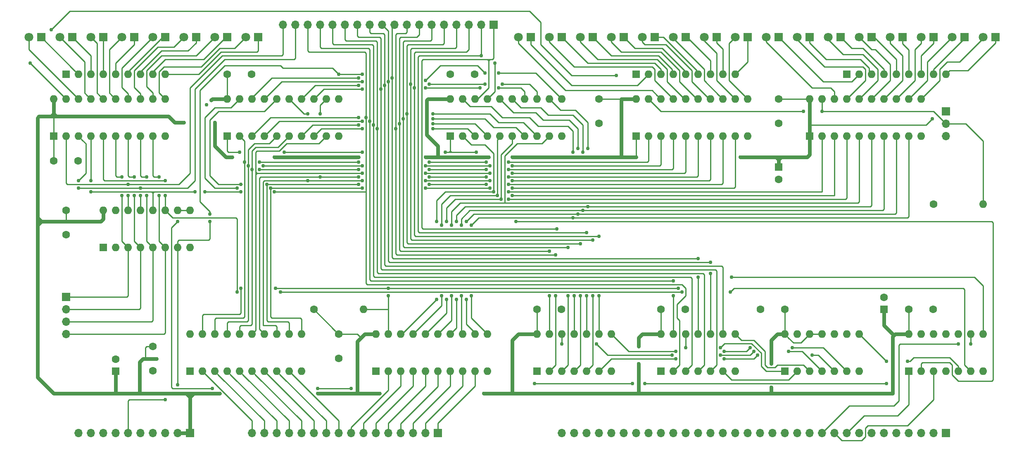
<source format=gtl>
G04 #@! TF.GenerationSoftware,KiCad,Pcbnew,(5.1.5)-3*
G04 #@! TF.CreationDate,2022-12-08T21:25:45-08:00*
G04 #@! TF.ProjectId,alu_res_flags,616c755f-7265-4735-9f66-6c6167732e6b,rev?*
G04 #@! TF.SameCoordinates,Original*
G04 #@! TF.FileFunction,Copper,L1,Top*
G04 #@! TF.FilePolarity,Positive*
%FSLAX46Y46*%
G04 Gerber Fmt 4.6, Leading zero omitted, Abs format (unit mm)*
G04 Created by KiCad (PCBNEW (5.1.5)-3) date 2022-12-08 21:25:45*
%MOMM*%
%LPD*%
G04 APERTURE LIST*
%ADD10O,1.600000X1.600000*%
%ADD11C,1.600000*%
%ADD12O,1.700000X1.700000*%
%ADD13R,1.700000X1.700000*%
%ADD14C,1.800000*%
%ADD15R,1.800000X1.800000*%
%ADD16R,1.600000X1.600000*%
%ADD17C,0.762000*%
%ADD18C,0.762000*%
%ADD19C,0.254000*%
G04 APERTURE END LIST*
D10*
X121920000Y-124460000D03*
D11*
X111760000Y-124460000D03*
D12*
X241300000Y-88900000D03*
X241300000Y-86360000D03*
D13*
X241300000Y-83820000D03*
D10*
X248920000Y-102870000D03*
D11*
X238760000Y-102870000D03*
D13*
X241300000Y-149860000D03*
D12*
X238760000Y-149860000D03*
X236220000Y-149860000D03*
X233680000Y-149860000D03*
X231140000Y-149860000D03*
X228600000Y-149860000D03*
X226060000Y-149860000D03*
X223520000Y-149860000D03*
X220980000Y-149860000D03*
X218440000Y-149860000D03*
X215900000Y-149860000D03*
X213360000Y-149860000D03*
X210820000Y-149860000D03*
X208280000Y-149860000D03*
X205740000Y-149860000D03*
X203200000Y-149860000D03*
X200660000Y-149860000D03*
X198120000Y-149860000D03*
X195580000Y-149860000D03*
X193040000Y-149860000D03*
X190500000Y-149860000D03*
X187960000Y-149860000D03*
X185420000Y-149860000D03*
X182880000Y-149860000D03*
X180340000Y-149860000D03*
X177800000Y-149860000D03*
X175260000Y-149860000D03*
X172720000Y-149860000D03*
X170180000Y-149860000D03*
X167640000Y-149860000D03*
X165100000Y-149860000D03*
X162560000Y-149860000D03*
D13*
X137160000Y-149860000D03*
D12*
X134620000Y-149860000D03*
X132080000Y-149860000D03*
X129540000Y-149860000D03*
X127000000Y-149860000D03*
X124460000Y-149860000D03*
X121920000Y-149860000D03*
X119380000Y-149860000D03*
X116840000Y-149860000D03*
X114300000Y-149860000D03*
X111760000Y-149860000D03*
X109220000Y-149860000D03*
X106680000Y-149860000D03*
X104140000Y-149860000D03*
X101600000Y-149860000D03*
X99060000Y-149860000D03*
D13*
X86360000Y-149860000D03*
D12*
X83820000Y-149860000D03*
X81280000Y-149860000D03*
X78740000Y-149860000D03*
X76200000Y-149860000D03*
X73660000Y-149860000D03*
X71120000Y-149860000D03*
X68580000Y-149860000D03*
X66040000Y-149860000D03*
X63500000Y-149860000D03*
D14*
X72390000Y-68580000D03*
D15*
X74930000Y-68580000D03*
D14*
X66040000Y-68580000D03*
D15*
X68580000Y-68580000D03*
D14*
X59690000Y-68580000D03*
D15*
X62230000Y-68580000D03*
D14*
X53340000Y-68580000D03*
D15*
X55880000Y-68580000D03*
D14*
X97790000Y-68580000D03*
D15*
X100330000Y-68580000D03*
D14*
X91440000Y-68580000D03*
D15*
X93980000Y-68580000D03*
D14*
X85090000Y-68580000D03*
D15*
X87630000Y-68580000D03*
D14*
X78740000Y-68580000D03*
D15*
X81280000Y-68580000D03*
D14*
X153670000Y-68580000D03*
D15*
X156210000Y-68580000D03*
D14*
X160020000Y-68580000D03*
D15*
X162560000Y-68580000D03*
D14*
X166370000Y-68580000D03*
D15*
X168910000Y-68580000D03*
D14*
X172720000Y-68580000D03*
D15*
X175260000Y-68580000D03*
D14*
X179070000Y-68580000D03*
D15*
X181610000Y-68580000D03*
D14*
X185420000Y-68580000D03*
D15*
X187960000Y-68580000D03*
D14*
X191770000Y-68580000D03*
D15*
X194310000Y-68580000D03*
D14*
X198120000Y-68580000D03*
D15*
X200660000Y-68580000D03*
D14*
X204470000Y-68580000D03*
D15*
X207010000Y-68580000D03*
D14*
X210820000Y-68580000D03*
D15*
X213360000Y-68580000D03*
D14*
X217170000Y-68580000D03*
D15*
X219710000Y-68580000D03*
D14*
X223520000Y-68580000D03*
D15*
X226060000Y-68580000D03*
D14*
X229870000Y-68580000D03*
D15*
X232410000Y-68580000D03*
D14*
X236220000Y-68580000D03*
D15*
X238760000Y-68580000D03*
D14*
X242570000Y-68580000D03*
D15*
X245110000Y-68580000D03*
D14*
X248920000Y-68580000D03*
D15*
X251460000Y-68580000D03*
D11*
X228600000Y-121960000D03*
D16*
X228600000Y-124460000D03*
D11*
X207010000Y-97750000D03*
D16*
X207010000Y-95250000D03*
D11*
X71120000Y-134660000D03*
D16*
X71120000Y-137160000D03*
D12*
X105410000Y-66040000D03*
X107950000Y-66040000D03*
X110490000Y-66040000D03*
X113030000Y-66040000D03*
X115570000Y-66040000D03*
X118110000Y-66040000D03*
X120650000Y-66040000D03*
X123190000Y-66040000D03*
X125730000Y-66040000D03*
X128270000Y-66040000D03*
X130810000Y-66040000D03*
X133350000Y-66040000D03*
X135890000Y-66040000D03*
X138430000Y-66040000D03*
X140970000Y-66040000D03*
X143510000Y-66040000D03*
X146050000Y-66040000D03*
D13*
X148590000Y-66040000D03*
D10*
X208280000Y-129540000D03*
X223520000Y-137160000D03*
X210820000Y-129540000D03*
X220980000Y-137160000D03*
X213360000Y-129540000D03*
X218440000Y-137160000D03*
X215900000Y-129540000D03*
X215900000Y-137160000D03*
X218440000Y-129540000D03*
X213360000Y-137160000D03*
X220980000Y-129540000D03*
X210820000Y-137160000D03*
X223520000Y-129540000D03*
D16*
X208280000Y-137160000D03*
D10*
X58420000Y-81280000D03*
X81280000Y-88900000D03*
X60960000Y-81280000D03*
X78740000Y-88900000D03*
X63500000Y-81280000D03*
X76200000Y-88900000D03*
X66040000Y-81280000D03*
X73660000Y-88900000D03*
X68580000Y-81280000D03*
X71120000Y-88900000D03*
X71120000Y-81280000D03*
X68580000Y-88900000D03*
X73660000Y-81280000D03*
X66040000Y-88900000D03*
X76200000Y-81280000D03*
X63500000Y-88900000D03*
X78740000Y-81280000D03*
X60960000Y-88900000D03*
X81280000Y-81280000D03*
D16*
X58420000Y-88900000D03*
D10*
X68580000Y-104140000D03*
X86360000Y-111760000D03*
X71120000Y-104140000D03*
X83820000Y-111760000D03*
X73660000Y-104140000D03*
X81280000Y-111760000D03*
X76200000Y-104140000D03*
X78740000Y-111760000D03*
X78740000Y-104140000D03*
X76200000Y-111760000D03*
X81280000Y-104140000D03*
X73660000Y-111760000D03*
X83820000Y-104140000D03*
X71120000Y-111760000D03*
X86360000Y-104140000D03*
D16*
X68580000Y-111760000D03*
D10*
X213360000Y-81280000D03*
X236220000Y-88900000D03*
X215900000Y-81280000D03*
X233680000Y-88900000D03*
X218440000Y-81280000D03*
X231140000Y-88900000D03*
X220980000Y-81280000D03*
X228600000Y-88900000D03*
X223520000Y-81280000D03*
X226060000Y-88900000D03*
X226060000Y-81280000D03*
X223520000Y-88900000D03*
X228600000Y-81280000D03*
X220980000Y-88900000D03*
X231140000Y-81280000D03*
X218440000Y-88900000D03*
X233680000Y-81280000D03*
X215900000Y-88900000D03*
X236220000Y-81280000D03*
D16*
X213360000Y-88900000D03*
D10*
X177800000Y-81280000D03*
X200660000Y-88900000D03*
X180340000Y-81280000D03*
X198120000Y-88900000D03*
X182880000Y-81280000D03*
X195580000Y-88900000D03*
X185420000Y-81280000D03*
X193040000Y-88900000D03*
X187960000Y-81280000D03*
X190500000Y-88900000D03*
X190500000Y-81280000D03*
X187960000Y-88900000D03*
X193040000Y-81280000D03*
X185420000Y-88900000D03*
X195580000Y-81280000D03*
X182880000Y-88900000D03*
X198120000Y-81280000D03*
X180340000Y-88900000D03*
X200660000Y-81280000D03*
D16*
X177800000Y-88900000D03*
D10*
X157480000Y-129540000D03*
X172720000Y-137160000D03*
X160020000Y-129540000D03*
X170180000Y-137160000D03*
X162560000Y-129540000D03*
X167640000Y-137160000D03*
X165100000Y-129540000D03*
X165100000Y-137160000D03*
X167640000Y-129540000D03*
X162560000Y-137160000D03*
X170180000Y-129540000D03*
X160020000Y-137160000D03*
X172720000Y-129540000D03*
D16*
X157480000Y-137160000D03*
D10*
X182880000Y-129540000D03*
X198120000Y-137160000D03*
X185420000Y-129540000D03*
X195580000Y-137160000D03*
X187960000Y-129540000D03*
X193040000Y-137160000D03*
X190500000Y-129540000D03*
X190500000Y-137160000D03*
X193040000Y-129540000D03*
X187960000Y-137160000D03*
X195580000Y-129540000D03*
X185420000Y-137160000D03*
X198120000Y-129540000D03*
D16*
X182880000Y-137160000D03*
D10*
X124460000Y-129540000D03*
X147320000Y-137160000D03*
X127000000Y-129540000D03*
X144780000Y-137160000D03*
X129540000Y-129540000D03*
X142240000Y-137160000D03*
X132080000Y-129540000D03*
X139700000Y-137160000D03*
X134620000Y-129540000D03*
X137160000Y-137160000D03*
X137160000Y-129540000D03*
X134620000Y-137160000D03*
X139700000Y-129540000D03*
X132080000Y-137160000D03*
X142240000Y-129540000D03*
X129540000Y-137160000D03*
X144780000Y-129540000D03*
X127000000Y-137160000D03*
X147320000Y-129540000D03*
D16*
X124460000Y-137160000D03*
D10*
X86360000Y-129540000D03*
X109220000Y-137160000D03*
X88900000Y-129540000D03*
X106680000Y-137160000D03*
X91440000Y-129540000D03*
X104140000Y-137160000D03*
X93980000Y-129540000D03*
X101600000Y-137160000D03*
X96520000Y-129540000D03*
X99060000Y-137160000D03*
X99060000Y-129540000D03*
X96520000Y-137160000D03*
X101600000Y-129540000D03*
X93980000Y-137160000D03*
X104140000Y-129540000D03*
X91440000Y-137160000D03*
X106680000Y-129540000D03*
X88900000Y-137160000D03*
X109220000Y-129540000D03*
D16*
X86360000Y-137160000D03*
D10*
X93980000Y-81280000D03*
X116840000Y-88900000D03*
X96520000Y-81280000D03*
X114300000Y-88900000D03*
X99060000Y-81280000D03*
X111760000Y-88900000D03*
X101600000Y-81280000D03*
X109220000Y-88900000D03*
X104140000Y-81280000D03*
X106680000Y-88900000D03*
X106680000Y-81280000D03*
X104140000Y-88900000D03*
X109220000Y-81280000D03*
X101600000Y-88900000D03*
X111760000Y-81280000D03*
X99060000Y-88900000D03*
X114300000Y-81280000D03*
X96520000Y-88900000D03*
X116840000Y-81280000D03*
D16*
X93980000Y-88900000D03*
D10*
X139700000Y-81280000D03*
X162560000Y-88900000D03*
X142240000Y-81280000D03*
X160020000Y-88900000D03*
X144780000Y-81280000D03*
X157480000Y-88900000D03*
X147320000Y-81280000D03*
X154940000Y-88900000D03*
X149860000Y-81280000D03*
X152400000Y-88900000D03*
X152400000Y-81280000D03*
X149860000Y-88900000D03*
X154940000Y-81280000D03*
X147320000Y-88900000D03*
X157480000Y-81280000D03*
X144780000Y-88900000D03*
X160020000Y-81280000D03*
X142240000Y-88900000D03*
X162560000Y-81280000D03*
D16*
X139700000Y-88900000D03*
D10*
X233680000Y-129540000D03*
X248920000Y-137160000D03*
X236220000Y-129540000D03*
X246380000Y-137160000D03*
X238760000Y-129540000D03*
X243840000Y-137160000D03*
X241300000Y-129540000D03*
X241300000Y-137160000D03*
X243840000Y-129540000D03*
X238760000Y-137160000D03*
X246380000Y-129540000D03*
X236220000Y-137160000D03*
X248920000Y-129540000D03*
D16*
X233680000Y-137160000D03*
D10*
X81280000Y-76200000D03*
X78740000Y-76200000D03*
X76200000Y-76200000D03*
X73660000Y-76200000D03*
X71120000Y-76200000D03*
X68580000Y-76200000D03*
X66040000Y-76200000D03*
X63500000Y-76200000D03*
D16*
X60960000Y-76200000D03*
D10*
X241300000Y-76200000D03*
X238760000Y-76200000D03*
X236220000Y-76200000D03*
X233680000Y-76200000D03*
X231140000Y-76200000D03*
X228600000Y-76200000D03*
X226060000Y-76200000D03*
X223520000Y-76200000D03*
D16*
X220980000Y-76200000D03*
D10*
X198120000Y-76200000D03*
X195580000Y-76200000D03*
X193040000Y-76200000D03*
X190500000Y-76200000D03*
X187960000Y-76200000D03*
X185420000Y-76200000D03*
X182880000Y-76200000D03*
X180340000Y-76200000D03*
D16*
X177800000Y-76200000D03*
D12*
X60960000Y-129540000D03*
X60960000Y-127000000D03*
X60960000Y-124460000D03*
D13*
X60960000Y-121920000D03*
D11*
X203280000Y-124460000D03*
X208280000Y-124460000D03*
X162480000Y-124460000D03*
X157480000Y-124460000D03*
X187880000Y-124460000D03*
X182880000Y-124460000D03*
X238680000Y-124460000D03*
X233680000Y-124460000D03*
X63420000Y-93980000D03*
X58420000Y-93980000D03*
X60960000Y-109140000D03*
X60960000Y-104140000D03*
X207010000Y-86280000D03*
X207010000Y-81280000D03*
X170180000Y-86280000D03*
X170180000Y-81280000D03*
X116840000Y-134540000D03*
X116840000Y-129540000D03*
X78740000Y-137080000D03*
X78740000Y-132080000D03*
X98980000Y-76200000D03*
X93980000Y-76200000D03*
X144700000Y-76200000D03*
X139700000Y-76200000D03*
D17*
X146050000Y-93218000D03*
X103632000Y-93218000D03*
X120904012Y-93218000D03*
X205486000Y-141732000D03*
X205486000Y-135636000D03*
X178308000Y-132080000D03*
X178308000Y-135636000D03*
X146558000Y-141732000D03*
X125222000Y-141732000D03*
X152400000Y-93218000D03*
X177799990Y-93218000D03*
X78232000Y-134620000D03*
X205486000Y-134366000D03*
X205486000Y-140461980D03*
X178308000Y-136906000D03*
X178308000Y-130810000D03*
X147828000Y-141732000D03*
X123952000Y-141732000D03*
X79502000Y-134620000D03*
X104902000Y-93218000D03*
X119634000Y-93218000D03*
X134620000Y-93218000D03*
X136144012Y-93218000D03*
X147574000Y-93217996D03*
X153670000Y-93218000D03*
X176530000Y-93218000D03*
X199136000Y-93218000D03*
X200406000Y-93218000D03*
X91186000Y-141732000D03*
X92456002Y-141732000D03*
X114045998Y-141732000D03*
X112522000Y-141732000D03*
X238506004Y-85344000D03*
X94996000Y-93218000D03*
X93726000Y-93218000D03*
X85090000Y-86106000D03*
X83820000Y-86106000D03*
X90678000Y-81534000D03*
X89789000Y-82423000D03*
X91440000Y-86106000D03*
X91440000Y-87376000D03*
X73660000Y-101092000D03*
X73659990Y-98806000D03*
X76200000Y-99568000D03*
X76200000Y-101092000D03*
X63500000Y-99568000D03*
X63500000Y-98044000D03*
X123190000Y-85852000D03*
X121666000Y-85852000D03*
X185420000Y-118618000D03*
X185420000Y-121665996D03*
X120904000Y-86614000D03*
X123952000Y-86614000D03*
X121666000Y-87376000D03*
X124714000Y-87376000D03*
X121666000Y-79248000D03*
X125476000Y-79248000D03*
X120904000Y-78486000D03*
X126238000Y-78486000D03*
X121666000Y-77724000D03*
X127000000Y-77724000D03*
X193040000Y-114808000D03*
X193040000Y-117094028D03*
X120904000Y-76962000D03*
X127762000Y-76962000D03*
X190500000Y-114046000D03*
X190500000Y-117856000D03*
X161290000Y-113284000D03*
X161290000Y-121665994D03*
X136144000Y-87376000D03*
X128524000Y-87376000D03*
X160020000Y-112522000D03*
X160019990Y-121666000D03*
X136143990Y-86360000D03*
X129286000Y-86360000D03*
X163830000Y-111760000D03*
X163830000Y-121666000D03*
X136143996Y-85344000D03*
X130048000Y-85344018D03*
X166370000Y-110998000D03*
X166370000Y-121666000D03*
X136144000Y-84328000D03*
X130810000Y-84328000D03*
X150368000Y-78232000D03*
X131572000Y-78232000D03*
X135382000Y-78232000D03*
X168910000Y-110236000D03*
X168910000Y-121666000D03*
X146812000Y-78232000D03*
X145795958Y-78994000D03*
X149606000Y-78994000D03*
X132334000Y-78994000D03*
X134620000Y-78994000D03*
X170180000Y-109474000D03*
X170180000Y-121666000D03*
X148844000Y-73914000D03*
X167640000Y-108712000D03*
X167640004Y-121666000D03*
X146050000Y-72390006D03*
X161543992Y-107950000D03*
X165099988Y-121666000D03*
X134620000Y-77470000D03*
X121666000Y-76200000D03*
X116840000Y-76200000D03*
X90424000Y-104902000D03*
X90424014Y-106426000D03*
X83820000Y-139954000D03*
X81280000Y-143002000D03*
X146812000Y-75946000D03*
X149606000Y-75946000D03*
X243840000Y-131572000D03*
X246380000Y-131572000D03*
X80010000Y-101092000D03*
X80010000Y-97282000D03*
X77470000Y-101092000D03*
X77470000Y-97282000D03*
X74930000Y-101092000D03*
X74930000Y-97282000D03*
X72390000Y-101092000D03*
X72390000Y-97282000D03*
X197104000Y-120904000D03*
X187198000Y-120904000D03*
X96012000Y-120904000D03*
X81280000Y-101092000D03*
X81280000Y-98044000D03*
X104902000Y-120904000D03*
X233426000Y-135127988D03*
X229108000Y-135128000D03*
X229108000Y-139700000D03*
X177038000Y-139700000D03*
X179578000Y-139700000D03*
X156971994Y-139700000D03*
X119380000Y-140716000D03*
X83820000Y-106426000D03*
X112522000Y-140716000D03*
X90932000Y-140716000D03*
X153162000Y-106426000D03*
X121666000Y-92202000D03*
X105664000Y-92202000D03*
X96520000Y-92202000D03*
X145034000Y-92202000D03*
X138684000Y-92202000D03*
X186436000Y-120142000D03*
X127000000Y-121666000D03*
X127000000Y-120142000D03*
X96774000Y-120142000D03*
X103886016Y-120142000D03*
X197358000Y-117856000D03*
X164846000Y-92202000D03*
X164846000Y-105664000D03*
X144018000Y-107188000D03*
X144018000Y-121666000D03*
X139954008Y-107188000D03*
X139954000Y-121666000D03*
X165862000Y-91440000D03*
X165862000Y-104902000D03*
X143001994Y-106426000D03*
X143002000Y-122428000D03*
X150114000Y-101854000D03*
X151638000Y-101854000D03*
X138937992Y-106426000D03*
X138938008Y-122428000D03*
X166878000Y-92202000D03*
X166878000Y-104140000D03*
X141986000Y-107188000D03*
X141986000Y-121666000D03*
X149352000Y-101092000D03*
X152400000Y-101092000D03*
X137922000Y-107188000D03*
X137922000Y-121666000D03*
X167894000Y-91440000D03*
X167894000Y-103378000D03*
X140969990Y-106426000D03*
X140970000Y-122428000D03*
X148590000Y-100330000D03*
X151638000Y-100330000D03*
X136906000Y-106426000D03*
X136906000Y-122428000D03*
X147828000Y-99568000D03*
X134620000Y-99568000D03*
X121666000Y-99568000D03*
X102870000Y-99568000D03*
X96012000Y-99568000D03*
X152400000Y-99568000D03*
X147828000Y-96520000D03*
X134620000Y-96520000D03*
X121666000Y-96520000D03*
X152400000Y-96520000D03*
X147066000Y-98806000D03*
X135382000Y-98806000D03*
X120904000Y-98806000D03*
X96774000Y-98806000D03*
X102108000Y-98806000D03*
X151638000Y-98806000D03*
X147066000Y-95758000D03*
X135382000Y-95758000D03*
X120904000Y-95758000D03*
X99060000Y-95758000D03*
X100584000Y-95758000D03*
X151638000Y-95758000D03*
X147828000Y-98044000D03*
X134620000Y-98044000D03*
X121666000Y-98044000D03*
X110490000Y-84328000D03*
X110490000Y-98044000D03*
X152400000Y-98044000D03*
X147828000Y-94996000D03*
X134620000Y-94996000D03*
X121666000Y-94996000D03*
X98298000Y-94996000D03*
X101346000Y-94996000D03*
X152400000Y-94996000D03*
X147066000Y-97282000D03*
X135382000Y-97282000D03*
X120904000Y-97282000D03*
X113030000Y-84328000D03*
X113030000Y-97282000D03*
X151638000Y-97282000D03*
X147066000Y-94234000D03*
X135382000Y-94234000D03*
X120904000Y-94234000D03*
X97536000Y-94234000D03*
X100584000Y-94234000D03*
X151638000Y-94234000D03*
X195072000Y-132334000D03*
X187960000Y-132334000D03*
X213868000Y-133858000D03*
X202692000Y-133858000D03*
X195834000Y-134620006D03*
X185928000Y-134620000D03*
X169672000Y-131572000D03*
X162560000Y-131572012D03*
X209042000Y-133096000D03*
X201930000Y-133096000D03*
X195072000Y-133858000D03*
X185166000Y-133858000D03*
X201168000Y-132334000D03*
X185928000Y-133096000D03*
X195834000Y-133096000D03*
X209803998Y-132334000D03*
X120904000Y-85090000D03*
X122428000Y-85090000D03*
X103632000Y-100330000D03*
X96774000Y-100330000D03*
X66040000Y-100330000D03*
X66040000Y-98044000D03*
X89408000Y-100330000D03*
X87376000Y-100330000D03*
X215900000Y-83820000D03*
X212090000Y-83820000D03*
X53594000Y-73914000D03*
X57912000Y-67056000D03*
X173736000Y-76454000D03*
D18*
X103632000Y-93218000D02*
X103632000Y-93218000D01*
X178308000Y-135636000D02*
X178308000Y-135636000D01*
X230378000Y-141732000D02*
X230378000Y-136652000D01*
X230378000Y-136652000D02*
X230378000Y-130048000D01*
X230378000Y-130048000D02*
X230632000Y-129794000D01*
X230632000Y-129794000D02*
X230886000Y-129540000D01*
X230886000Y-129540000D02*
X233680000Y-129540000D01*
X205486000Y-141732000D02*
X230378000Y-141732000D01*
X205486000Y-130810000D02*
X205486000Y-135636000D01*
X208280000Y-129540000D02*
X206756000Y-129540000D01*
X206756000Y-129540000D02*
X205486000Y-130810000D01*
X178308000Y-132080000D02*
X178308000Y-132080000D01*
X178308000Y-141732000D02*
X205486000Y-141732000D01*
X157480000Y-129540000D02*
X153670000Y-129540000D01*
X153670000Y-129540000D02*
X152400000Y-130810000D01*
X152400000Y-130810000D02*
X152400000Y-141732000D01*
X152400000Y-141732000D02*
X178308000Y-141732000D01*
X124460000Y-129540000D02*
X122174000Y-129540000D01*
X120650000Y-131064000D02*
X120650000Y-141732000D01*
X137160000Y-93218000D02*
X137160000Y-90932000D01*
X146050000Y-93218000D02*
X137160000Y-93218000D01*
X137160000Y-90932000D02*
X134874000Y-88646000D01*
X134874000Y-88646000D02*
X134874000Y-81534000D01*
X134874000Y-81534000D02*
X135128000Y-81280000D01*
X135128000Y-81280000D02*
X139700000Y-81280000D01*
X58420000Y-141732000D02*
X55118000Y-138430000D01*
X55118000Y-85110974D02*
X55392974Y-84836000D01*
X55118000Y-85344000D02*
X55118000Y-85110974D01*
X68580000Y-105918000D02*
X68580000Y-104140000D01*
X68072000Y-106426000D02*
X68580000Y-105918000D01*
X55118000Y-105664000D02*
X55880000Y-106426000D01*
X55118000Y-106426000D02*
X55880000Y-106426000D01*
X55118000Y-105664000D02*
X55118000Y-85344000D01*
X55118000Y-106426000D02*
X55118000Y-105664000D01*
X55880000Y-106426000D02*
X55118000Y-107188000D01*
X55118000Y-138430000D02*
X55118000Y-107188000D01*
X55118000Y-107188000D02*
X55118000Y-106426000D01*
X57658000Y-84836000D02*
X57912000Y-84836000D01*
X57658000Y-84836000D02*
X58420000Y-84836000D01*
X55392974Y-84836000D02*
X57658000Y-84836000D01*
X58420000Y-81280000D02*
X58420000Y-84328000D01*
X57912000Y-84836000D02*
X58420000Y-84328000D01*
X58420000Y-84328000D02*
X58420000Y-84836000D01*
X58420000Y-84328000D02*
X58928000Y-84836000D01*
X58420000Y-84836000D02*
X58928000Y-84836000D01*
X174752000Y-81280000D02*
X174752000Y-93218000D01*
X174752000Y-81280000D02*
X177800000Y-81280000D01*
D19*
X174752000Y-81280000D02*
X170180000Y-81280000D01*
X177800000Y-93217990D02*
X177799990Y-93218000D01*
X177800000Y-88900000D02*
X177800000Y-93217990D01*
X93980000Y-76200000D02*
X94234000Y-76454000D01*
X58420000Y-88900000D02*
X58420000Y-84836000D01*
X58420000Y-93980000D02*
X58420000Y-88900000D01*
X60960000Y-105271370D02*
X60960000Y-106426000D01*
X60960000Y-104140000D02*
X60960000Y-105271370D01*
D18*
X55880000Y-106426000D02*
X60960000Y-106426000D01*
X60960000Y-106426000D02*
X68072000Y-106426000D01*
D19*
X208280000Y-129540000D02*
X208280000Y-128408630D01*
X208280000Y-128408630D02*
X208280000Y-124460000D01*
X208280000Y-129540000D02*
X209079999Y-130339999D01*
X209079999Y-130339999D02*
X210058000Y-131318000D01*
X210058000Y-131318000D02*
X211582000Y-131318000D01*
X211582000Y-131318000D02*
X213360000Y-129540000D01*
X213360000Y-129540000D02*
X215900000Y-129540000D01*
X233680000Y-124460000D02*
X233680000Y-129540000D01*
X182880000Y-124460000D02*
X182880000Y-129540000D01*
X157480000Y-124460000D02*
X157480000Y-129540000D01*
X120650000Y-129540000D02*
X121412000Y-130302000D01*
X116840000Y-129540000D02*
X120650000Y-129540000D01*
D18*
X122174000Y-129540000D02*
X121412000Y-130302000D01*
X121412000Y-130302000D02*
X120650000Y-131064000D01*
X76054001Y-135273999D02*
X76054001Y-141586001D01*
X76054001Y-141586001D02*
X76200000Y-141732000D01*
X76708000Y-134620000D02*
X76054001Y-135273999D01*
D19*
X78740000Y-132080000D02*
X77470000Y-132080000D01*
X77470000Y-132080000D02*
X77216000Y-132334000D01*
X77216000Y-132334000D02*
X77216000Y-134620000D01*
D18*
X77216000Y-134620000D02*
X76708000Y-134620000D01*
X65532000Y-141732000D02*
X58420000Y-141732000D01*
X205486000Y-141732000D02*
X205486000Y-140461980D01*
X178308000Y-135636000D02*
X178308000Y-136906000D01*
X178308000Y-141732000D02*
X178308000Y-136906000D01*
X178308000Y-132080000D02*
X178308000Y-130810000D01*
X178308000Y-130302000D02*
X178308000Y-130810000D01*
X182880000Y-129540000D02*
X179070000Y-129540000D01*
X179070000Y-129540000D02*
X178308000Y-130302000D01*
X146558000Y-141732000D02*
X147828000Y-141732000D01*
X152400000Y-141732000D02*
X147828000Y-141732000D01*
X120650000Y-141732000D02*
X123952000Y-141732000D01*
X125222000Y-141732000D02*
X123952000Y-141732000D01*
X77216000Y-134620000D02*
X79502000Y-134620000D01*
X103632000Y-93218000D02*
X104902000Y-93218000D01*
X104902000Y-93218000D02*
X119634000Y-93218000D01*
X120904012Y-93218000D02*
X119634000Y-93218000D01*
X137160000Y-93218000D02*
X136144012Y-93218000D01*
X134620000Y-93218000D02*
X136144012Y-93218000D01*
X146050000Y-93218000D02*
X147573996Y-93218000D01*
X147573996Y-93218000D02*
X147574000Y-93217996D01*
X152400000Y-93218000D02*
X153670000Y-93218000D01*
X153670000Y-93218000D02*
X176530000Y-93218000D01*
X177799990Y-93218000D02*
X176530000Y-93218000D01*
X199136000Y-93218000D02*
X200406000Y-93218000D01*
X228600000Y-124460000D02*
X228600000Y-127762000D01*
X230378000Y-129540000D02*
X230632000Y-129794000D01*
X228600000Y-127762000D02*
X230378000Y-129540000D01*
X85598000Y-141732000D02*
X76200000Y-141732000D01*
X83820000Y-149860000D02*
X86360000Y-149860000D01*
X86360000Y-141732000D02*
X85598000Y-141732000D01*
X85598000Y-141732000D02*
X86360000Y-142494000D01*
X86360000Y-149860000D02*
X86360000Y-142494000D01*
X86360000Y-142494000D02*
X86360000Y-141732000D01*
X86360000Y-142494000D02*
X87122000Y-141732000D01*
X87122000Y-141732000D02*
X86360000Y-141732000D01*
X87122000Y-141732000D02*
X91186000Y-141732000D01*
X91186000Y-141732000D02*
X92456002Y-141732000D01*
X120650000Y-141732000D02*
X114045998Y-141732000D01*
X114045998Y-141732000D02*
X112522000Y-141732000D01*
X200971685Y-93218000D02*
X200406000Y-93218000D01*
X206756000Y-93218000D02*
X206248000Y-93218000D01*
X206248000Y-93218000D02*
X200971685Y-93218000D01*
X213360000Y-88900000D02*
X213360000Y-92710000D01*
X213360000Y-92710000D02*
X212852000Y-93218000D01*
X207010000Y-93726000D02*
X207518000Y-93218000D01*
X207010000Y-95250000D02*
X207010000Y-93980000D01*
X207010000Y-93980000D02*
X207010000Y-93472000D01*
X212852000Y-93218000D02*
X207518000Y-93218000D01*
X207518000Y-93218000D02*
X206756000Y-93218000D01*
X207010000Y-93726000D02*
X206502000Y-93218000D01*
X207010000Y-93980000D02*
X207010000Y-93726000D01*
X207010000Y-93472000D02*
X206502000Y-93218000D01*
X206502000Y-93218000D02*
X206756000Y-93218000D01*
D19*
X213360000Y-81280000D02*
X207010000Y-81280000D01*
D18*
X213360000Y-86614000D02*
X213360000Y-81280000D01*
X213360000Y-88900000D02*
X213360000Y-86614000D01*
X71120000Y-141732000D02*
X71120000Y-137160000D01*
X71120000Y-141732000D02*
X65532000Y-141732000D01*
X76200000Y-141732000D02*
X71120000Y-141732000D01*
D19*
X213360000Y-86614000D02*
X237236000Y-86614000D01*
X238506000Y-85344000D02*
X238506004Y-85344000D01*
X237236000Y-86614000D02*
X238506000Y-85344000D01*
X116840000Y-129540000D02*
X116040001Y-128740001D01*
X116040001Y-128740001D02*
X111760000Y-124460000D01*
D18*
X85090000Y-86106000D02*
X83820000Y-86106000D01*
X90932000Y-81280000D02*
X90678000Y-81534000D01*
X93980000Y-81280000D02*
X90932000Y-81280000D01*
X91440000Y-90932000D02*
X93726000Y-93218000D01*
X91440000Y-86106000D02*
X91440000Y-90932000D01*
X94996000Y-93218000D02*
X93726000Y-93218000D01*
D19*
X93980000Y-81280000D02*
X93980000Y-76200000D01*
D18*
X83281185Y-86106000D02*
X83820000Y-86106000D01*
X58928000Y-84836000D02*
X82011185Y-84836000D01*
X82011185Y-84836000D02*
X83281185Y-86106000D01*
D19*
X236220000Y-81280000D02*
X235966000Y-81280000D01*
X244094000Y-73660000D02*
X249174000Y-68580000D01*
X241554000Y-73660000D02*
X244094000Y-73660000D01*
X240030000Y-75184000D02*
X241554000Y-73660000D01*
X236220000Y-81280000D02*
X240030000Y-77470000D01*
X240030000Y-77470000D02*
X240030000Y-75184000D01*
X242099999Y-75400001D02*
X245147999Y-75400001D01*
X241300000Y-76200000D02*
X242099999Y-75400001D01*
X245793999Y-75400001D02*
X251460000Y-69734000D01*
X245147999Y-75400001D02*
X245793999Y-75400001D01*
X251460000Y-69734000D02*
X251460000Y-68580000D01*
X233680000Y-81280000D02*
X237490000Y-77470000D01*
X237490000Y-73660000D02*
X242570000Y-68580000D01*
X237490000Y-77470000D02*
X237490000Y-73660000D01*
X245110000Y-68834000D02*
X245110000Y-68580000D01*
X238760000Y-76200000D02*
X238760000Y-75184000D01*
X238760000Y-75184000D02*
X245110000Y-68834000D01*
X236220000Y-69852792D02*
X236220000Y-68580000D01*
X234950000Y-71122792D02*
X236220000Y-69852792D01*
X231140000Y-81280000D02*
X234950000Y-77470000D01*
X234950000Y-77470000D02*
X234950000Y-71122792D01*
X236220000Y-72390000D02*
X236220000Y-76200000D01*
X238760000Y-68580000D02*
X238760000Y-69850000D01*
X238760000Y-69850000D02*
X236220000Y-72390000D01*
X232410000Y-77470000D02*
X229399999Y-80480001D01*
X229870000Y-68580000D02*
X229870000Y-69850000D01*
X229399999Y-80480001D02*
X228600000Y-81280000D01*
X232410000Y-72390000D02*
X232410000Y-77470000D01*
X229870000Y-69850000D02*
X232410000Y-72390000D01*
X233680000Y-71189000D02*
X233680000Y-76454000D01*
X232410000Y-68580000D02*
X232410000Y-69919000D01*
X232410000Y-69919000D02*
X233680000Y-71189000D01*
X226060000Y-71120000D02*
X223520000Y-68580000D01*
X226822000Y-71120000D02*
X226060000Y-71120000D01*
X229870000Y-74168000D02*
X226822000Y-71120000D01*
X226060000Y-81280000D02*
X229870000Y-77470000D01*
X229870000Y-77470000D02*
X229870000Y-74168000D01*
X231140000Y-75068630D02*
X231140000Y-76200000D01*
X231140000Y-73152000D02*
X231140000Y-75068630D01*
X226060000Y-68580000D02*
X226568000Y-68580000D01*
X226568000Y-68580000D02*
X231140000Y-73152000D01*
X217170000Y-69088000D02*
X217170000Y-68580000D01*
X227330000Y-77470000D02*
X227330000Y-75184000D01*
X223520000Y-81280000D02*
X227330000Y-77470000D01*
X224282000Y-72136000D02*
X220218000Y-72136000D01*
X227330000Y-75184000D02*
X224282000Y-72136000D01*
X220218000Y-72136000D02*
X217170000Y-69088000D01*
X228600000Y-75184000D02*
X228600000Y-76200000D01*
X219710000Y-68580000D02*
X221996000Y-70866000D01*
X224282000Y-70866000D02*
X228600000Y-75184000D01*
X221996000Y-70866000D02*
X224282000Y-70866000D01*
D18*
X220726000Y-81280000D02*
X220980000Y-81280000D01*
D19*
X210820000Y-69088000D02*
X210820000Y-68580000D01*
X224790000Y-77470000D02*
X224790000Y-75184000D01*
X224790000Y-75184000D02*
X224282000Y-74676000D01*
X220980000Y-81280000D02*
X224790000Y-77470000D01*
X224282000Y-74676000D02*
X216408000Y-74676000D01*
X216408000Y-74676000D02*
X210820000Y-69088000D01*
X213360000Y-68580000D02*
X213360000Y-69734000D01*
X223774000Y-73152000D02*
X225552000Y-74930000D01*
X213360000Y-69734000D02*
X216778000Y-73152000D01*
X225552000Y-74930000D02*
X225552000Y-75692000D01*
X225552000Y-75692000D02*
X226060000Y-76200000D01*
X216778000Y-73152000D02*
X223774000Y-73152000D01*
X218440000Y-79756000D02*
X218440000Y-81280000D01*
X217678000Y-78994000D02*
X218440000Y-79756000D01*
X204470000Y-68580000D02*
X204470000Y-69596000D01*
X213868000Y-78994000D02*
X217678000Y-78994000D01*
X204470000Y-69596000D02*
X213868000Y-78994000D01*
X221996000Y-77724000D02*
X222720001Y-76999999D01*
X207010000Y-68580000D02*
X216154000Y-77724000D01*
X222720001Y-76999999D02*
X223520000Y-76200000D01*
X216154000Y-77724000D02*
X221996000Y-77724000D01*
X197104000Y-77724000D02*
X200660000Y-81280000D01*
X196850000Y-77470000D02*
X197104000Y-77724000D01*
X198120000Y-68580000D02*
X196850000Y-69850000D01*
X196850000Y-69850000D02*
X196850000Y-77470000D01*
X198120000Y-76200000D02*
X200660000Y-73660000D01*
X200660000Y-73660000D02*
X200660000Y-68580000D01*
X194310000Y-77470000D02*
X198120000Y-81280000D01*
X194310000Y-71882000D02*
X194310000Y-77470000D01*
X191770000Y-68580000D02*
X191770000Y-69342000D01*
X191770000Y-69342000D02*
X194310000Y-71882000D01*
X195580000Y-71004000D02*
X195580000Y-75946000D01*
X195580000Y-75946000D02*
X195834000Y-76200000D01*
X194310000Y-68580000D02*
X194310000Y-69734000D01*
X194310000Y-69734000D02*
X195580000Y-71004000D01*
X194780001Y-80480001D02*
X195580000Y-81280000D01*
X191770000Y-75184000D02*
X191770000Y-77470000D01*
X191770000Y-77470000D02*
X194780001Y-80480001D01*
X185420000Y-68580000D02*
X185420000Y-68834000D01*
X185420000Y-68834000D02*
X191770000Y-75184000D01*
X193040000Y-75068630D02*
X193040000Y-76200000D01*
X187960000Y-68580000D02*
X188214000Y-68580000D01*
X193040000Y-73406000D02*
X193040000Y-75068630D01*
X188214000Y-68580000D02*
X193040000Y-73406000D01*
X179070000Y-69596000D02*
X179578000Y-70104000D01*
X189230000Y-77724000D02*
X192786000Y-81280000D01*
X179578000Y-70104000D02*
X183896000Y-70104000D01*
X179070000Y-68580000D02*
X179070000Y-69596000D01*
X183896000Y-70104000D02*
X189230000Y-75438000D01*
X189230000Y-75438000D02*
X189230000Y-77724000D01*
X190246000Y-75438000D02*
X190246000Y-75946000D01*
X181610000Y-68580000D02*
X183388000Y-68580000D01*
X183388000Y-68580000D02*
X190246000Y-75438000D01*
X186690000Y-77724000D02*
X190246000Y-81280000D01*
X172720000Y-69596000D02*
X174752000Y-71628000D01*
X172720000Y-68580000D02*
X172720000Y-69596000D01*
X174752000Y-71628000D02*
X182880000Y-71628000D01*
X190246000Y-81280000D02*
X190500000Y-81280000D01*
X182880000Y-71628000D02*
X186690000Y-75438000D01*
X186690000Y-75438000D02*
X186690000Y-77724000D01*
X183134000Y-70866000D02*
X187960000Y-75692000D01*
X187960000Y-75692000D02*
X187960000Y-76200000D01*
X175260000Y-68580000D02*
X177546000Y-70866000D01*
X177546000Y-70866000D02*
X183134000Y-70866000D01*
X166370000Y-69596000D02*
X169926000Y-73152000D01*
X169926000Y-73152000D02*
X182118000Y-73152000D01*
X166370000Y-68580000D02*
X166370000Y-69596000D01*
X184150000Y-77724000D02*
X187706000Y-81280000D01*
X182118000Y-73152000D02*
X184150000Y-75184000D01*
X184150000Y-75184000D02*
X184150000Y-77724000D01*
X185166000Y-75184000D02*
X185166000Y-75946000D01*
X182372000Y-72390000D02*
X185166000Y-75184000D01*
X168910000Y-68580000D02*
X172720000Y-72390000D01*
X172720000Y-72390000D02*
X182372000Y-72390000D01*
X181610000Y-77470000D02*
X185420000Y-81280000D01*
X160020000Y-69596000D02*
X165087389Y-74663389D01*
X181610000Y-75184000D02*
X181610000Y-77470000D01*
X160020000Y-68580000D02*
X160020000Y-69596000D01*
X181089389Y-74663389D02*
X181610000Y-75184000D01*
X165087389Y-74663389D02*
X181089389Y-74663389D01*
X182880000Y-75184000D02*
X182880000Y-76200000D01*
X181610000Y-73914000D02*
X182880000Y-75184000D01*
X162560000Y-68580000D02*
X167894000Y-73914000D01*
X167894000Y-73914000D02*
X181610000Y-73914000D01*
X182080001Y-80480001D02*
X182880000Y-81280000D01*
X163322000Y-79502000D02*
X181102000Y-79502000D01*
X153670000Y-68580000D02*
X153670000Y-69850000D01*
X181102000Y-79502000D02*
X182080001Y-80480001D01*
X153670000Y-69850000D02*
X163322000Y-79502000D01*
X156210000Y-70104000D02*
X156210000Y-68834000D01*
X164592000Y-78486000D02*
X156210000Y-70104000D01*
X180340000Y-76200000D02*
X178054000Y-78486000D01*
X178054000Y-78486000D02*
X164592000Y-78486000D01*
X72390000Y-74930000D02*
X77840001Y-69479999D01*
X72390000Y-78878630D02*
X72390000Y-74930000D01*
X77840001Y-69479999D02*
X78740000Y-68580000D01*
X73660000Y-81280000D02*
X73660000Y-80148630D01*
X73660000Y-80148630D02*
X72390000Y-78878630D01*
X80772000Y-68580000D02*
X81280000Y-68580000D01*
X73951999Y-75400001D02*
X80772000Y-68580000D01*
X73914000Y-75400001D02*
X73951999Y-75400001D01*
X73660000Y-76200000D02*
X73914000Y-75946000D01*
X73914000Y-75946000D02*
X73914000Y-75400001D01*
X76200000Y-80148630D02*
X74930000Y-78878630D01*
X83058000Y-70612000D02*
X84190001Y-69479999D01*
X76200000Y-81280000D02*
X76200000Y-80148630D01*
X74930000Y-78878630D02*
X74930000Y-75438000D01*
X84190001Y-69479999D02*
X85090000Y-68580000D01*
X74930000Y-75438000D02*
X79756000Y-70612000D01*
X79756000Y-70612000D02*
X83058000Y-70612000D01*
X87630000Y-69734000D02*
X87630000Y-68580000D01*
X85990000Y-71374000D02*
X87630000Y-69734000D01*
X80518000Y-71374000D02*
X85990000Y-71374000D01*
X76200000Y-76200000D02*
X76200000Y-75692000D01*
X76200000Y-75692000D02*
X80518000Y-71374000D01*
X90540001Y-69479999D02*
X91440000Y-68580000D01*
X87630000Y-72390000D02*
X90540001Y-69479999D01*
X78740000Y-80010000D02*
X77470000Y-78740000D01*
X77470000Y-75438000D02*
X80518000Y-72390000D01*
X78740000Y-81280000D02*
X78740000Y-80010000D01*
X77470000Y-78740000D02*
X77470000Y-75438000D01*
X80518000Y-72390000D02*
X87630000Y-72390000D01*
X93726000Y-68580000D02*
X93980000Y-68580000D01*
X89154000Y-73152000D02*
X93726000Y-68580000D01*
X81280000Y-73152000D02*
X89154000Y-73152000D01*
X78740000Y-76200000D02*
X78740000Y-75692000D01*
X78740000Y-75692000D02*
X81280000Y-73152000D01*
X95504000Y-70866000D02*
X96890001Y-69479999D01*
X92456000Y-70866000D02*
X95504000Y-70866000D01*
X96890001Y-69479999D02*
X97790000Y-68580000D01*
X81280000Y-81280000D02*
X80010000Y-80010000D01*
X80010000Y-75692000D02*
X81026000Y-74676000D01*
X81026000Y-74676000D02*
X88646000Y-74676000D01*
X80010000Y-80010000D02*
X80010000Y-75692000D01*
X88646000Y-74676000D02*
X92456000Y-70866000D01*
X100330000Y-71374000D02*
X100330000Y-68580000D01*
X92710000Y-71628000D02*
X100076000Y-71628000D01*
X81280000Y-76200000D02*
X88138000Y-76200000D01*
X100076000Y-71628000D02*
X100330000Y-71374000D01*
X88138000Y-76200000D02*
X92710000Y-71628000D01*
X53340000Y-68580000D02*
X53340000Y-71120000D01*
X53340000Y-71120000D02*
X63500000Y-81280000D01*
X63500000Y-76200000D02*
X62700001Y-75400001D01*
X62700001Y-75400001D02*
X55880000Y-68580000D01*
X65240001Y-80480001D02*
X66040000Y-81280000D01*
X64770000Y-80010000D02*
X65240001Y-80480001D01*
X59690000Y-68580000D02*
X64770000Y-73660000D01*
X64770000Y-73660000D02*
X64770000Y-80010000D01*
X66040000Y-75068630D02*
X66040000Y-76200000D01*
X62230000Y-68580000D02*
X66040000Y-72390000D01*
X66040000Y-72390000D02*
X66040000Y-75068630D01*
X67310000Y-80010000D02*
X67780001Y-80480001D01*
X67780001Y-80480001D02*
X68580000Y-81280000D01*
X66040000Y-68580000D02*
X67310000Y-69850000D01*
X67310000Y-69850000D02*
X67310000Y-80010000D01*
X68580000Y-68580000D02*
X68580000Y-76200000D01*
X70320001Y-80480001D02*
X71120000Y-81280000D01*
X69850000Y-80010000D02*
X70320001Y-80480001D01*
X72390000Y-68580000D02*
X69850000Y-71120000D01*
X69850000Y-71120000D02*
X69850000Y-80010000D01*
X74930000Y-70104000D02*
X74930000Y-68580000D01*
X71120000Y-76200000D02*
X71120000Y-73914000D01*
X71120000Y-73914000D02*
X74930000Y-70104000D01*
X73660000Y-101092000D02*
X73660000Y-103886000D01*
X73660000Y-103886000D02*
X73660000Y-104140000D01*
X60960000Y-98552000D02*
X60960000Y-88900000D01*
X73659990Y-98806000D02*
X61214000Y-98806000D01*
X61214000Y-98806000D02*
X60960000Y-98552000D01*
X105410000Y-72136000D02*
X105156000Y-72390000D01*
X105410000Y-66040000D02*
X105410000Y-72136000D01*
X105156000Y-72390000D02*
X92964000Y-72390000D01*
X92964000Y-72390000D02*
X86360000Y-78994000D01*
X84074000Y-98806000D02*
X73659990Y-98806000D01*
X86360000Y-96520000D02*
X84074000Y-98806000D01*
X86360000Y-78994000D02*
X86360000Y-96520000D01*
X76200000Y-99568000D02*
X76200000Y-99568000D01*
X76200000Y-101092000D02*
X76200000Y-104140000D01*
X76200000Y-99568000D02*
X70866000Y-99568000D01*
X70866000Y-99568000D02*
X66802000Y-99568000D01*
X66802000Y-99568000D02*
X63500000Y-99568000D01*
X65024000Y-90424000D02*
X64299999Y-89699999D01*
X63500000Y-98044000D02*
X65024000Y-96520000D01*
X64299999Y-89699999D02*
X63500000Y-88900000D01*
X65024000Y-96520000D02*
X65024000Y-90424000D01*
X107950000Y-72898000D02*
X107696000Y-73152000D01*
X87376000Y-98044000D02*
X85852000Y-99568000D01*
X107696000Y-73152000D02*
X93472000Y-73152000D01*
X85852000Y-99568000D02*
X76200000Y-99568000D01*
X107950000Y-66040000D02*
X107950000Y-72898000D01*
X93472000Y-73152000D02*
X87376000Y-79248000D01*
X87376000Y-79248000D02*
X87376000Y-98044000D01*
X172212000Y-118618000D02*
X171958000Y-118618000D01*
X123444000Y-118618000D02*
X123190000Y-118364000D01*
X123190000Y-86417685D02*
X123190000Y-85852000D01*
X172212000Y-118618000D02*
X123444000Y-118618000D01*
X123190000Y-118364000D02*
X123190000Y-86417685D01*
X185420000Y-118618000D02*
X172212000Y-118618000D01*
X185420000Y-129540000D02*
X185420000Y-121665996D01*
X121100315Y-85852000D02*
X121666000Y-85852000D01*
X101600000Y-88900000D02*
X104648000Y-85852000D01*
X104648000Y-85852000D02*
X121100315Y-85852000D01*
X123190000Y-85286315D02*
X123190000Y-85852000D01*
X122936000Y-70866000D02*
X123190000Y-71120000D01*
X113030000Y-66040000D02*
X113030000Y-70612000D01*
X113284000Y-70866000D02*
X122936000Y-70866000D01*
X113030000Y-70612000D02*
X113284000Y-70866000D01*
X123190000Y-71120000D02*
X123190000Y-85286315D01*
X123952000Y-87179685D02*
X123952000Y-86614000D01*
X189230000Y-135890000D02*
X189230000Y-118110000D01*
X187960000Y-137160000D02*
X189230000Y-135890000D01*
X123952000Y-117602000D02*
X123952000Y-87179685D01*
X189230000Y-118110000D02*
X188976000Y-117856000D01*
X188976000Y-117856000D02*
X124206000Y-117856000D01*
X124206000Y-117856000D02*
X123952000Y-117602000D01*
X120338315Y-86614000D02*
X120904000Y-86614000D01*
X109220000Y-88900000D02*
X111506000Y-86614000D01*
X111506000Y-86614000D02*
X120338315Y-86614000D01*
X123952000Y-86048315D02*
X123952000Y-86614000D01*
X115570000Y-69850000D02*
X115824000Y-70104000D01*
X115570000Y-66040000D02*
X115570000Y-69850000D01*
X115824000Y-70104000D02*
X123698000Y-70104000D01*
X123698000Y-70104000D02*
X123952000Y-70358000D01*
X123952000Y-70358000D02*
X123952000Y-86048315D01*
X124968000Y-117094000D02*
X124714000Y-116840000D01*
X124714000Y-116840000D02*
X124714000Y-87376000D01*
X188214000Y-117094000D02*
X187960000Y-117094000D01*
X187960000Y-117094000D02*
X124968000Y-117094000D01*
X191770000Y-117348000D02*
X191516000Y-117094000D01*
X191516000Y-117094000D02*
X187960000Y-117094000D01*
X190500000Y-137160000D02*
X191770000Y-135890000D01*
X191770000Y-135890000D02*
X191770000Y-117348000D01*
X113538000Y-87376000D02*
X121666000Y-87376000D01*
X111760000Y-88900000D02*
X113284000Y-87376000D01*
X113284000Y-87376000D02*
X113538000Y-87376000D01*
X118364000Y-69342000D02*
X118110000Y-69088000D01*
X124460000Y-69342000D02*
X118364000Y-69342000D01*
X124714000Y-87376000D02*
X124714000Y-69596000D01*
X118110000Y-69088000D02*
X118110000Y-66040000D01*
X124714000Y-69596000D02*
X124460000Y-69342000D01*
X125730000Y-116332000D02*
X171958000Y-116332000D01*
X125476000Y-79756000D02*
X125476000Y-116078000D01*
X125476000Y-116078000D02*
X125730000Y-116332000D01*
X121666000Y-79248000D02*
X121666000Y-79248000D01*
X125476000Y-79756000D02*
X125476000Y-79248000D01*
X171958000Y-116332000D02*
X187706000Y-116332000D01*
X187706000Y-116332000D02*
X188214000Y-116332000D01*
X194056000Y-116332000D02*
X187706000Y-116332000D01*
X194310000Y-116586000D02*
X194056000Y-116332000D01*
X193040000Y-137160000D02*
X194310000Y-135890000D01*
X194310000Y-135890000D02*
X194310000Y-116586000D01*
X113792000Y-79248000D02*
X121666000Y-79248000D01*
X111760000Y-81280000D02*
X113792000Y-79248000D01*
X120904000Y-68580000D02*
X120650000Y-68326000D01*
X120650000Y-68326000D02*
X120650000Y-66040000D01*
X125222000Y-68580000D02*
X120904000Y-68580000D01*
X125476000Y-79248000D02*
X125476000Y-68834000D01*
X125476000Y-68834000D02*
X125222000Y-68580000D01*
X195580000Y-120142000D02*
X195580000Y-129540000D01*
X126492000Y-115570000D02*
X195326000Y-115570000D01*
X195326000Y-115570000D02*
X195580000Y-115824000D01*
X126238000Y-78486000D02*
X126238000Y-115316000D01*
X126238000Y-115316000D02*
X126492000Y-115570000D01*
X195580000Y-115824000D02*
X195580000Y-120142000D01*
X112014000Y-78486000D02*
X120904000Y-78486000D01*
X109220000Y-81280000D02*
X112014000Y-78486000D01*
X123444000Y-67818000D02*
X123190000Y-67564000D01*
X123190000Y-67564000D02*
X123190000Y-66040000D01*
X125984000Y-67818000D02*
X123444000Y-67818000D01*
X126238000Y-78486000D02*
X126238000Y-68072000D01*
X126238000Y-68072000D02*
X125984000Y-67818000D01*
X127000000Y-79756000D02*
X127000000Y-77724000D01*
X127000000Y-114554000D02*
X127000000Y-79756000D01*
X193040000Y-114808000D02*
X127254000Y-114808000D01*
X127254000Y-114808000D02*
X127000000Y-114554000D01*
X193040000Y-129540000D02*
X193040000Y-117094028D01*
X111506000Y-77724000D02*
X121666000Y-77724000D01*
X101600000Y-81280000D02*
X105156000Y-77724000D01*
X105156000Y-77724000D02*
X111506000Y-77724000D01*
X127000000Y-67310000D02*
X125730000Y-66040000D01*
X127000000Y-77724000D02*
X127000000Y-67310000D01*
X127762000Y-79756000D02*
X127762000Y-76962000D01*
X127762000Y-113792000D02*
X127762000Y-79756000D01*
X190500000Y-114046000D02*
X128016000Y-114046000D01*
X128016000Y-114046000D02*
X127762000Y-113792000D01*
X190500000Y-129540000D02*
X190500000Y-117856000D01*
X111252000Y-76962000D02*
X120904000Y-76962000D01*
X103124000Y-76962000D02*
X111252000Y-76962000D01*
X99060000Y-81280000D02*
X99060000Y-81026000D01*
X99060000Y-81026000D02*
X103124000Y-76962000D01*
X127762000Y-66548000D02*
X128270000Y-66040000D01*
X127762000Y-76962000D02*
X127762000Y-66548000D01*
X161290000Y-135890000D02*
X161290000Y-121665994D01*
X160020000Y-137160000D02*
X161290000Y-135890000D01*
X144780000Y-88900000D02*
X143256000Y-87376000D01*
X143256000Y-87376000D02*
X136144000Y-87376000D01*
X128524000Y-87941685D02*
X128524000Y-87376000D01*
X128778000Y-113284000D02*
X128524000Y-113030000D01*
X161290000Y-113284000D02*
X128778000Y-113284000D01*
X128524000Y-113030000D02*
X128524000Y-87941685D01*
X130810000Y-67564000D02*
X130556000Y-67818000D01*
X128524000Y-86810315D02*
X128524000Y-87376000D01*
X130810000Y-66040000D02*
X130810000Y-67564000D01*
X130556000Y-67818000D02*
X128778000Y-67818000D01*
X128778000Y-67818000D02*
X128524000Y-68072000D01*
X128524000Y-68072000D02*
X128524000Y-86810315D01*
X160020000Y-129540000D02*
X160020000Y-121666010D01*
X160020000Y-121666010D02*
X160019990Y-121666000D01*
X144780000Y-86360000D02*
X136709675Y-86360000D01*
X147320000Y-88900000D02*
X144780000Y-86360000D01*
X136709675Y-86360000D02*
X136143990Y-86360000D01*
X133350000Y-68072000D02*
X133350000Y-66040000D01*
X129540000Y-112522000D02*
X129286000Y-112268000D01*
X129286000Y-68834000D02*
X129540000Y-68580000D01*
X132842000Y-68580000D02*
X133350000Y-68072000D01*
X129540000Y-68580000D02*
X132842000Y-68580000D01*
X160020000Y-112522000D02*
X129540000Y-112522000D01*
X129286000Y-112268000D02*
X129286000Y-68834000D01*
X162560000Y-137160000D02*
X163830000Y-135890000D01*
X163830000Y-135890000D02*
X163830000Y-121666000D01*
X136709681Y-85344000D02*
X136143996Y-85344000D01*
X146812000Y-85344000D02*
X136709681Y-85344000D01*
X153162000Y-87122000D02*
X148590000Y-87122000D01*
X148590000Y-87122000D02*
X146812000Y-85344000D01*
X154940000Y-88900000D02*
X153162000Y-87122000D01*
X130048000Y-85909703D02*
X130048000Y-85344018D01*
X130048000Y-111506000D02*
X130048000Y-85909703D01*
X130302000Y-111760000D02*
X130048000Y-111506000D01*
X163830000Y-111760000D02*
X130302000Y-111760000D01*
X135890000Y-69088000D02*
X135636000Y-69342000D01*
X135890000Y-66040000D02*
X135890000Y-69088000D01*
X130302000Y-69342000D02*
X130048000Y-69596000D01*
X135636000Y-69342000D02*
X130302000Y-69342000D01*
X130048000Y-84778333D02*
X130048000Y-85344018D01*
X130048000Y-69596000D02*
X130048000Y-84778333D01*
X166370000Y-135890000D02*
X166370000Y-121666000D01*
X165100000Y-137160000D02*
X166370000Y-135890000D01*
X130810000Y-84893685D02*
X130810000Y-84328000D01*
X130810000Y-110744000D02*
X130810000Y-84893685D01*
X166370000Y-110998000D02*
X131064000Y-110998000D01*
X131064000Y-110998000D02*
X130810000Y-110744000D01*
X138430000Y-69850000D02*
X138176000Y-70104000D01*
X138430000Y-66040000D02*
X138430000Y-69850000D01*
X130810000Y-83762315D02*
X130810000Y-84328000D01*
X131064000Y-70104000D02*
X130810000Y-70358000D01*
X130810000Y-70358000D02*
X130810000Y-83762315D01*
X138176000Y-70104000D02*
X131064000Y-70104000D01*
X136709685Y-84328000D02*
X136144000Y-84328000D01*
X149606000Y-86106000D02*
X147828000Y-84328000D01*
X147828000Y-84328000D02*
X136709685Y-84328000D01*
X157480000Y-88900000D02*
X154686000Y-86106000D01*
X154686000Y-86106000D02*
X149606000Y-86106000D01*
X131826000Y-110236000D02*
X131572000Y-109982000D01*
X131572000Y-83566000D02*
X131572000Y-78232000D01*
X131572000Y-109982000D02*
X131572000Y-83566000D01*
X168910000Y-110236000D02*
X131826000Y-110236000D01*
X168910000Y-135890000D02*
X168910000Y-121666000D01*
X167640000Y-137160000D02*
X168910000Y-135890000D01*
X135382000Y-78232000D02*
X146812000Y-78232000D01*
X140716000Y-70866000D02*
X140970000Y-70612000D01*
X131826000Y-70866000D02*
X140716000Y-70866000D01*
X140970000Y-70612000D02*
X140970000Y-66040000D01*
X131572000Y-78232000D02*
X131572000Y-71120000D01*
X131572000Y-71120000D02*
X131826000Y-70866000D01*
X155956000Y-78232000D02*
X150368000Y-78232000D01*
X157480000Y-81280000D02*
X157480000Y-79756000D01*
X157480000Y-79756000D02*
X155956000Y-78232000D01*
X132334000Y-82804000D02*
X132334000Y-79756000D01*
X132588000Y-109474000D02*
X132334000Y-109220000D01*
X132334000Y-79756000D02*
X132334000Y-78994000D01*
X132334000Y-109220000D02*
X132334000Y-82804000D01*
X145288000Y-78994000D02*
X145795958Y-78994000D01*
X134620000Y-78994000D02*
X145288000Y-78994000D01*
X154178000Y-78994000D02*
X150171685Y-78994000D01*
X150171685Y-78994000D02*
X149606000Y-78994000D01*
X154940000Y-81280000D02*
X154940000Y-79756000D01*
X154940000Y-79756000D02*
X154178000Y-78994000D01*
X170180000Y-109474000D02*
X132588000Y-109474000D01*
X170180000Y-129540000D02*
X170180000Y-121666000D01*
X143510000Y-71120000D02*
X143510000Y-66040000D01*
X143002000Y-71628000D02*
X143510000Y-71120000D01*
X132588000Y-71628000D02*
X143002000Y-71628000D01*
X132334000Y-78994000D02*
X132334000Y-71882000D01*
X132334000Y-71882000D02*
X132588000Y-71628000D01*
X148844000Y-79756000D02*
X148844000Y-73914000D01*
X147320000Y-81280000D02*
X148844000Y-79756000D01*
X167640000Y-129540000D02*
X167640000Y-121666004D01*
X167640000Y-121666004D02*
X167640004Y-121666000D01*
X133350000Y-108712000D02*
X167640000Y-108712000D01*
X133096000Y-108458000D02*
X133350000Y-108712000D01*
X146050000Y-72390006D02*
X146049994Y-72390000D01*
X146049994Y-72390000D02*
X133350000Y-72390000D01*
X133350000Y-72390000D02*
X133096000Y-72644000D01*
X146050000Y-66040000D02*
X146050000Y-72390006D01*
X133096000Y-72644000D02*
X133096000Y-108458000D01*
X144780000Y-81280000D02*
X145288000Y-81280000D01*
X145288000Y-81280000D02*
X147574000Y-78994000D01*
X147574000Y-73406000D02*
X147320000Y-73152000D01*
X147320000Y-73152000D02*
X146558000Y-73152000D01*
X147574000Y-78994000D02*
X147574000Y-73406000D01*
X147574000Y-73406000D02*
X147828000Y-73152000D01*
X146558000Y-73152000D02*
X147828000Y-73152000D01*
X146558000Y-73152000D02*
X134112000Y-73152000D01*
X133858000Y-107696000D02*
X134112000Y-107950000D01*
X160978307Y-107950000D02*
X161543992Y-107950000D01*
X134112000Y-73152000D02*
X133858000Y-73406000D01*
X134112000Y-107950000D02*
X160978307Y-107950000D01*
X133858000Y-73406000D02*
X133858000Y-107696000D01*
X165100000Y-121666012D02*
X165099988Y-121666000D01*
X165100000Y-129540000D02*
X165100000Y-121666012D01*
X148590000Y-72898000D02*
X148590000Y-66040000D01*
X147828000Y-73152000D02*
X148336000Y-73152000D01*
X148336000Y-73152000D02*
X148590000Y-72898000D01*
X121666000Y-76200000D02*
X116840000Y-76200000D01*
X83820000Y-139954000D02*
X83820000Y-111760000D01*
X90424014Y-109981986D02*
X90424014Y-106426000D01*
X90170000Y-110236000D02*
X90424014Y-109981986D01*
X84074000Y-110236000D02*
X90170000Y-110236000D01*
X83820000Y-111760000D02*
X83820000Y-110490000D01*
X83820000Y-110490000D02*
X84074000Y-110236000D01*
X73914000Y-143002000D02*
X81280000Y-143002000D01*
X73660000Y-149860000D02*
X73660000Y-143256000D01*
X73660000Y-143256000D02*
X73914000Y-143002000D01*
X157226000Y-75946000D02*
X150144815Y-75946000D01*
X150144815Y-75946000D02*
X149606000Y-75946000D01*
X162560000Y-81280000D02*
X157226000Y-75946000D01*
X90424000Y-104336315D02*
X90424000Y-104902000D01*
X88392000Y-79502000D02*
X88392000Y-102304315D01*
X93472000Y-74422000D02*
X88392000Y-79502000D01*
X105410000Y-74930000D02*
X104902000Y-74422000D01*
X115570000Y-74930000D02*
X105410000Y-74930000D01*
X104902000Y-74422000D02*
X93472000Y-74422000D01*
X88392000Y-102304315D02*
X90424000Y-104336315D01*
X116840000Y-76200000D02*
X115570000Y-74930000D01*
X137668000Y-74422000D02*
X134620000Y-77470000D01*
X146812000Y-75946000D02*
X145288000Y-74422000D01*
X145288000Y-74422000D02*
X137668000Y-74422000D01*
X88900000Y-137160000D02*
X91948000Y-140208000D01*
X99060000Y-149860000D02*
X99060000Y-147320000D01*
X99060000Y-147320000D02*
X88900000Y-137160000D01*
X91440000Y-137160000D02*
X92239999Y-137959999D01*
X92239999Y-137959999D02*
X101600000Y-147320000D01*
X101600000Y-147320000D02*
X101600000Y-149860000D01*
X93980000Y-137160000D02*
X94779999Y-137959999D01*
X94779999Y-137959999D02*
X104140000Y-147320000D01*
X104140000Y-147320000D02*
X104140000Y-149860000D01*
X96520000Y-137160000D02*
X97319999Y-137959999D01*
X97319999Y-137959999D02*
X106680000Y-147320000D01*
X106680000Y-147320000D02*
X106680000Y-149860000D01*
X99060000Y-137160000D02*
X99859999Y-137959999D01*
X99859999Y-137959999D02*
X109220000Y-147320000D01*
X109220000Y-147320000D02*
X109220000Y-149860000D01*
X101600000Y-137160000D02*
X111760000Y-147320000D01*
X111760000Y-147320000D02*
X111760000Y-149860000D01*
X104140000Y-137160000D02*
X104939999Y-137959999D01*
X104939999Y-137959999D02*
X114300000Y-147320000D01*
X114300000Y-147320000D02*
X114300000Y-149860000D01*
X116840000Y-147320000D02*
X116840000Y-149860000D01*
X106680000Y-137160000D02*
X116840000Y-147320000D01*
X127000000Y-141037919D02*
X127000000Y-138291370D01*
X119380000Y-149860000D02*
X119380000Y-148657919D01*
X119380000Y-148657919D02*
X127000000Y-141037919D01*
X127000000Y-138291370D02*
X127000000Y-137160000D01*
X121920000Y-149860000D02*
X121920000Y-147828000D01*
X121920000Y-147828000D02*
X129540000Y-140208000D01*
X129540000Y-140208000D02*
X129540000Y-137160000D01*
X132080000Y-138291370D02*
X132080000Y-137160000D01*
X132080000Y-140208000D02*
X132080000Y-138291370D01*
X124460000Y-149860000D02*
X124460000Y-147828000D01*
X124460000Y-147828000D02*
X132080000Y-140208000D01*
X134620000Y-140208000D02*
X134620000Y-137160000D01*
X127000000Y-149860000D02*
X127000000Y-147828000D01*
X127000000Y-147828000D02*
X134620000Y-140208000D01*
X137160000Y-138291370D02*
X137160000Y-137160000D01*
X137160000Y-140275033D02*
X137160000Y-138291370D01*
X129540000Y-149860000D02*
X129540000Y-147895033D01*
X129540000Y-147895033D02*
X137160000Y-140275033D01*
X139700000Y-140208000D02*
X139700000Y-137160000D01*
X132080000Y-149860000D02*
X132080000Y-147828000D01*
X132080000Y-147828000D02*
X139700000Y-140208000D01*
X142240000Y-140208000D02*
X142240000Y-137160000D01*
X134620000Y-149860000D02*
X134620000Y-147828000D01*
X134620000Y-147828000D02*
X142240000Y-140208000D01*
X144780000Y-138291370D02*
X144780000Y-137160000D01*
X144780000Y-140208000D02*
X144780000Y-138291370D01*
X137160000Y-149860000D02*
X137160000Y-147828000D01*
X137160000Y-147828000D02*
X144780000Y-140208000D01*
X224536000Y-146304000D02*
X220980000Y-149860000D01*
X233680000Y-137160000D02*
X233680000Y-144018000D01*
X231394000Y-146304000D02*
X224536000Y-146304000D01*
X233680000Y-144018000D02*
X231394000Y-146304000D01*
X219202000Y-150622000D02*
X218440000Y-149860000D01*
X219964000Y-151384000D02*
X219202000Y-150622000D01*
X224028000Y-151384000D02*
X219964000Y-151384000D01*
X224790000Y-150622000D02*
X224028000Y-151384000D01*
X238760000Y-143002000D02*
X233426000Y-148336000D01*
X224790000Y-148844000D02*
X224790000Y-150622000D01*
X233426000Y-148336000D02*
X225298000Y-148336000D01*
X238760000Y-137160000D02*
X238760000Y-143002000D01*
X225298000Y-148336000D02*
X224790000Y-148844000D01*
X246380000Y-131572000D02*
X246380000Y-129540000D01*
X221488000Y-144272000D02*
X219456000Y-146304000D01*
X231648000Y-143256000D02*
X230632000Y-144272000D01*
X243840000Y-131572000D02*
X231902000Y-131572000D01*
X219456000Y-146304000D02*
X215900000Y-149860000D01*
X231902000Y-131572000D02*
X231648000Y-131826000D01*
X231648000Y-131826000D02*
X231648000Y-143256000D01*
X230632000Y-144272000D02*
X221488000Y-144272000D01*
X81280000Y-111760000D02*
X80010000Y-110490000D01*
X80010000Y-110490000D02*
X80010000Y-101092000D01*
X81026000Y-129540000D02*
X60960000Y-129540000D01*
X81280000Y-111760000D02*
X81280000Y-129286000D01*
X81280000Y-129286000D02*
X81026000Y-129540000D01*
X78740000Y-97028000D02*
X78740000Y-88900000D01*
X80010000Y-97282000D02*
X78994000Y-97282000D01*
X78994000Y-97282000D02*
X78740000Y-97028000D01*
X78740000Y-111760000D02*
X77470000Y-110490000D01*
X77470000Y-110490000D02*
X77470000Y-101092000D01*
X78740000Y-126746000D02*
X78740000Y-111760000D01*
X60960000Y-127000000D02*
X78486000Y-127000000D01*
X78486000Y-127000000D02*
X78740000Y-126746000D01*
X76200000Y-97028000D02*
X76200000Y-88900000D01*
X77470000Y-97282000D02*
X76454000Y-97282000D01*
X76454000Y-97282000D02*
X76200000Y-97028000D01*
X76200000Y-111760000D02*
X74930000Y-110490000D01*
X74930000Y-110490000D02*
X74930000Y-101092000D01*
X75946000Y-124460000D02*
X60960000Y-124460000D01*
X76200000Y-124206000D02*
X75946000Y-124460000D01*
X73660000Y-97028000D02*
X73660000Y-88900000D01*
X74930000Y-97282000D02*
X73914000Y-97282000D01*
X73914000Y-97282000D02*
X73660000Y-97028000D01*
X76200000Y-111760000D02*
X76200000Y-124206000D01*
X73660000Y-111760000D02*
X72390000Y-110490000D01*
X72390000Y-110490000D02*
X72390000Y-101092000D01*
X60960000Y-121920000D02*
X73406000Y-121920000D01*
X73406000Y-121920000D02*
X73660000Y-121666000D01*
X71120000Y-97028000D02*
X71120000Y-88900000D01*
X72390000Y-97282000D02*
X71374000Y-97282000D01*
X71374000Y-97282000D02*
X71120000Y-97028000D01*
X73660000Y-121666000D02*
X73660000Y-111760000D01*
X82296000Y-105156000D02*
X81280000Y-104140000D01*
X95758000Y-105664000D02*
X82804000Y-105664000D01*
X82804000Y-105664000D02*
X82296000Y-105156000D01*
X96012000Y-120904000D02*
X96012000Y-105918000D01*
X96012000Y-105918000D02*
X95758000Y-105664000D01*
X81280000Y-104140000D02*
X81280000Y-101092000D01*
X81280000Y-98044000D02*
X68834000Y-98044000D01*
X68834000Y-98044000D02*
X68580000Y-97790000D01*
X68580000Y-97790000D02*
X68580000Y-89154000D01*
X68580000Y-89154000D02*
X68580000Y-88900000D01*
X187198000Y-120904000D02*
X104902000Y-120904000D01*
X197866000Y-120142000D02*
X197104000Y-120904000D01*
X244856000Y-120142000D02*
X197866000Y-120142000D01*
X245110000Y-120396000D02*
X244856000Y-120142000D01*
X246380000Y-137160000D02*
X245110000Y-135890000D01*
X245110000Y-135890000D02*
X245110000Y-120396000D01*
X242062000Y-134366000D02*
X234753673Y-134366000D01*
X233991685Y-135127988D02*
X233426000Y-135127988D01*
X243840000Y-137160000D02*
X243840000Y-136144000D01*
X234753673Y-134366000D02*
X233991685Y-135127988D01*
X243840000Y-136144000D02*
X242062000Y-134366000D01*
X223520000Y-129540000D02*
X229108000Y-135128000D01*
X179578000Y-139700000D02*
X229108000Y-139700000D01*
X177038000Y-139700000D02*
X156971994Y-139700000D01*
X83820000Y-104140000D02*
X86360000Y-104140000D01*
X82550000Y-107696000D02*
X83820000Y-106426000D01*
X82550000Y-116840000D02*
X82550000Y-107696000D01*
X82550000Y-117094000D02*
X82550000Y-116840000D01*
X119380000Y-140716000D02*
X112522000Y-140716000D01*
X82550000Y-116840000D02*
X82550000Y-140462000D01*
X82550000Y-140462000D02*
X82804000Y-140716000D01*
X90393185Y-140716000D02*
X90932000Y-140716000D01*
X82804000Y-140716000D02*
X90393185Y-140716000D01*
X153162000Y-106426000D02*
X153162000Y-106426000D01*
X139700000Y-89954000D02*
X139700000Y-88900000D01*
X121666000Y-92202000D02*
X105664000Y-92202000D01*
X139700000Y-91948000D02*
X139700000Y-89954000D01*
X145034000Y-92202000D02*
X139954000Y-92202000D01*
X139954000Y-92202000D02*
X139700000Y-91948000D01*
X139700000Y-91948000D02*
X139446000Y-92202000D01*
X139446000Y-92202000D02*
X139954000Y-92202000D01*
X139446000Y-92202000D02*
X138684000Y-92202000D01*
X94234000Y-92202000D02*
X96520000Y-92202000D01*
X93980000Y-88900000D02*
X93980000Y-91948000D01*
X93980000Y-91948000D02*
X94234000Y-92202000D01*
X236220000Y-137160000D02*
X236728000Y-137160000D01*
X250698000Y-106426000D02*
X153162000Y-106426000D01*
X243840000Y-139192000D02*
X250698000Y-139192000D01*
X242570000Y-137922000D02*
X243840000Y-139192000D01*
X250952000Y-138938000D02*
X250952000Y-106680000D01*
X250698000Y-139192000D02*
X250952000Y-138938000D01*
X250952000Y-106680000D02*
X250698000Y-106426000D01*
X242570000Y-137922000D02*
X242570000Y-135890000D01*
X242570000Y-135890000D02*
X242062000Y-135382000D01*
X242062000Y-135382000D02*
X236728000Y-135382000D01*
X236728000Y-135382000D02*
X236474000Y-135382000D01*
X236474000Y-135382000D02*
X236220000Y-135636000D01*
X236220000Y-135636000D02*
X236220000Y-137160000D01*
X186436000Y-120142000D02*
X142748000Y-120142000D01*
X142748000Y-120142000D02*
X127000000Y-120142000D01*
X88900000Y-129540000D02*
X88900000Y-125730000D01*
X88900000Y-125730000D02*
X89154000Y-125476000D01*
X89154000Y-125476000D02*
X96520000Y-125476000D01*
X96520000Y-125476000D02*
X96774000Y-125222000D01*
X96774000Y-125222000D02*
X96774000Y-120142000D01*
X127000000Y-120142000D02*
X103886016Y-120142000D01*
X121920000Y-124460000D02*
X127000000Y-124460000D01*
X127000000Y-129540000D02*
X127000000Y-124460000D01*
X127000000Y-124460000D02*
X127000000Y-121666000D01*
X248920000Y-119634000D02*
X247142000Y-117856000D01*
X197896815Y-117856000D02*
X197358000Y-117856000D01*
X247142000Y-117856000D02*
X197896815Y-117856000D01*
X248920000Y-129540000D02*
X248920000Y-119634000D01*
X233426000Y-105664000D02*
X164846000Y-105664000D01*
X233680000Y-105410000D02*
X233426000Y-105664000D01*
X233680000Y-88900000D02*
X233680000Y-105410000D01*
X163830000Y-86868000D02*
X164846000Y-87884000D01*
X157734000Y-86868000D02*
X163830000Y-86868000D01*
X142240000Y-81280000D02*
X143764000Y-82804000D01*
X164846000Y-87884000D02*
X164846000Y-92202000D01*
X150368000Y-85090000D02*
X155956000Y-85090000D01*
X148082000Y-82804000D02*
X150368000Y-85090000D01*
X143764000Y-82804000D02*
X148082000Y-82804000D01*
X155956000Y-85090000D02*
X157734000Y-86868000D01*
X164846000Y-105664000D02*
X145542000Y-105664000D01*
X145542000Y-105664000D02*
X144018000Y-107188000D01*
X144018000Y-126238000D02*
X144018000Y-121666000D01*
X147320000Y-129540000D02*
X144018000Y-126238000D01*
X150876000Y-101854000D02*
X150876000Y-92964000D01*
X150876000Y-101854000D02*
X150876000Y-102616000D01*
X150876000Y-102616000D02*
X155448000Y-102616000D01*
X171958000Y-102616000D02*
X172212000Y-102616000D01*
X155448000Y-102616000D02*
X172212000Y-102616000D01*
X150876000Y-92964000D02*
X153416000Y-90424000D01*
X153416000Y-90424000D02*
X158496000Y-90424000D01*
X158496000Y-90424000D02*
X160020000Y-88900000D01*
X223266000Y-102616000D02*
X223520000Y-102362000D01*
X172212000Y-102616000D02*
X223266000Y-102616000D01*
X223520000Y-102362000D02*
X223520000Y-88900000D01*
X139954000Y-122046999D02*
X139954000Y-121666000D01*
X137160000Y-129540000D02*
X139954000Y-126746000D01*
X139954000Y-126746000D02*
X139954000Y-122046999D01*
X139954008Y-106649185D02*
X139954008Y-107188000D01*
X139954008Y-104393992D02*
X139954008Y-106649185D01*
X150876000Y-102616000D02*
X141732000Y-102616000D01*
X141732000Y-102616000D02*
X139954008Y-104393992D01*
X165862000Y-87376000D02*
X165862000Y-90901185D01*
X149860000Y-81280000D02*
X152654000Y-84074000D01*
X165862000Y-90901185D02*
X165862000Y-91440000D01*
X164084000Y-85598000D02*
X165862000Y-87376000D01*
X157226000Y-84074000D02*
X158750000Y-85598000D01*
X158750000Y-85598000D02*
X164084000Y-85598000D01*
X152654000Y-84074000D02*
X157226000Y-84074000D01*
X231140000Y-88900000D02*
X231140000Y-104648000D01*
X166400815Y-104902000D02*
X165862000Y-104902000D01*
X231140000Y-104648000D02*
X230886000Y-104902000D01*
X230886000Y-104902000D02*
X166400815Y-104902000D01*
X165862000Y-104902000D02*
X144525994Y-104902000D01*
X144525994Y-104902000D02*
X143001994Y-106426000D01*
X143002000Y-127508000D02*
X143002000Y-122428000D01*
X144780000Y-129540000D02*
X144780000Y-129286000D01*
X144780000Y-129286000D02*
X143002000Y-127508000D01*
X172212000Y-101854000D02*
X171958000Y-101854000D01*
X150114000Y-92964000D02*
X150114000Y-101854000D01*
X150114000Y-92710000D02*
X150114000Y-92964000D01*
X152400000Y-88900000D02*
X152400000Y-90424000D01*
X152400000Y-90424000D02*
X150114000Y-92710000D01*
X172212000Y-101854000D02*
X151638000Y-101854000D01*
X220726000Y-101854000D02*
X172212000Y-101854000D01*
X220980000Y-101600000D02*
X220726000Y-101854000D01*
X220980000Y-101600000D02*
X220980000Y-88900000D01*
X138938000Y-106425992D02*
X138937992Y-106426000D01*
X150114000Y-101854000D02*
X140716000Y-101854000D01*
X138938000Y-103632000D02*
X138938000Y-106425992D01*
X140716000Y-101854000D02*
X138938000Y-103632000D01*
X138938008Y-122966815D02*
X138938008Y-122428000D01*
X134620000Y-129540000D02*
X138938008Y-125221992D01*
X138938008Y-125221992D02*
X138938008Y-122966815D01*
X166878000Y-91663185D02*
X166878000Y-92202000D01*
X164846000Y-84582000D02*
X166878000Y-86614000D01*
X158242000Y-83058000D02*
X159766000Y-84582000D01*
X159766000Y-84582000D02*
X164846000Y-84582000D01*
X166878000Y-86614000D02*
X166878000Y-91663185D01*
X154178000Y-83058000D02*
X158242000Y-83058000D01*
X152400000Y-81280000D02*
X154178000Y-83058000D01*
X228346000Y-104140000D02*
X167416815Y-104140000D01*
X228600000Y-103886000D02*
X228346000Y-104140000D01*
X228600000Y-88900000D02*
X228600000Y-103886000D01*
X167416815Y-104140000D02*
X166878000Y-104140000D01*
X141986000Y-129286000D02*
X141986000Y-121666000D01*
X142240000Y-129540000D02*
X141986000Y-129286000D01*
X141986000Y-106649185D02*
X141986000Y-107188000D01*
X141986000Y-105902593D02*
X141986000Y-106649185D01*
X166878000Y-104140000D02*
X143748593Y-104140000D01*
X143748593Y-104140000D02*
X141986000Y-105902593D01*
X171958000Y-101092000D02*
X172212000Y-101092000D01*
X149352000Y-100076000D02*
X149352000Y-101092000D01*
X149352000Y-89662000D02*
X149352000Y-100076000D01*
X149860000Y-88900000D02*
X149860000Y-89154000D01*
X149860000Y-89154000D02*
X149352000Y-89662000D01*
X172212000Y-101092000D02*
X152400000Y-101092000D01*
X218440000Y-88900000D02*
X218440000Y-101092000D01*
X172212000Y-101092000D02*
X218440000Y-101092000D01*
X137922000Y-106680000D02*
X137922000Y-107188000D01*
X137922000Y-102870000D02*
X137922000Y-106680000D01*
X149352000Y-101092000D02*
X139700000Y-101092000D01*
X139700000Y-101092000D02*
X137922000Y-102870000D01*
X132080000Y-129540000D02*
X137922000Y-123698000D01*
X137922000Y-122204815D02*
X137922000Y-121666000D01*
X137922000Y-123698000D02*
X137922000Y-122204815D01*
X188214000Y-103378000D02*
X187960000Y-103378000D01*
X225806000Y-103378000D02*
X187960000Y-103378000D01*
X226060000Y-88900000D02*
X226060000Y-103124000D01*
X226060000Y-103124000D02*
X225806000Y-103378000D01*
X167894000Y-86106000D02*
X167894000Y-90901185D01*
X162306000Y-83566000D02*
X165354000Y-83566000D01*
X167894000Y-90901185D02*
X167894000Y-91440000D01*
X160020000Y-81280000D02*
X162306000Y-83566000D01*
X165354000Y-83566000D02*
X167894000Y-86106000D01*
X187960000Y-103378000D02*
X167894000Y-103378000D01*
X140970000Y-106425990D02*
X140969990Y-106426000D01*
X140970000Y-105156000D02*
X140970000Y-106425990D01*
X167894000Y-103378000D02*
X142748000Y-103378000D01*
X142748000Y-103378000D02*
X140970000Y-105156000D01*
X140970000Y-128270000D02*
X140970000Y-122428000D01*
X139700000Y-129540000D02*
X140970000Y-128270000D01*
X148590000Y-92456000D02*
X148590000Y-99314000D01*
X148590000Y-99314000D02*
X148590000Y-100330000D01*
X146812000Y-90678000D02*
X148590000Y-92456000D01*
X142240000Y-88900000D02*
X144018000Y-90678000D01*
X144018000Y-90678000D02*
X146812000Y-90678000D01*
X152203685Y-100330000D02*
X151638000Y-100330000D01*
X215900000Y-90031370D02*
X215900000Y-100330000D01*
X215900000Y-88900000D02*
X215900000Y-90031370D01*
X215900000Y-100330000D02*
X152203685Y-100330000D01*
X136906000Y-105918000D02*
X136906000Y-106426000D01*
X136906000Y-102108000D02*
X136906000Y-105918000D01*
X148590000Y-100330000D02*
X138684000Y-100330000D01*
X138684000Y-100330000D02*
X136906000Y-102108000D01*
X129794000Y-129540000D02*
X136906000Y-122428000D01*
X129540000Y-129540000D02*
X129794000Y-129540000D01*
X147828000Y-99568000D02*
X134620000Y-99568000D01*
X121666000Y-99568000D02*
X107950000Y-99568000D01*
X103124000Y-99568000D02*
X102870000Y-99314000D01*
X102870000Y-99822000D02*
X103124000Y-99568000D01*
X103124000Y-99568000D02*
X107950000Y-99568000D01*
X102870000Y-99314000D02*
X102870000Y-99568000D01*
X102870000Y-99568000D02*
X102870000Y-99822000D01*
X109220000Y-126492000D02*
X108966000Y-126238000D01*
X102870000Y-125984000D02*
X102870000Y-100584000D01*
X109220000Y-129540000D02*
X109220000Y-126492000D01*
X102870000Y-100584000D02*
X102870000Y-99822000D01*
X108966000Y-126238000D02*
X103124000Y-126238000D01*
X103124000Y-126238000D02*
X102870000Y-125984000D01*
X152965685Y-99568000D02*
X152400000Y-99568000D01*
X198120000Y-99314000D02*
X197866000Y-99568000D01*
X197866000Y-99568000D02*
X152965685Y-99568000D01*
X198120000Y-88900000D02*
X198120000Y-99314000D01*
X95446315Y-99568000D02*
X96012000Y-99568000D01*
X91440000Y-99568000D02*
X95446315Y-99568000D01*
X94742000Y-83058000D02*
X91440000Y-83058000D01*
X91440000Y-83058000D02*
X89408000Y-85090000D01*
X96520000Y-81280000D02*
X94742000Y-83058000D01*
X89408000Y-85090000D02*
X89408000Y-97536000D01*
X89408000Y-97536000D02*
X91440000Y-99568000D01*
X147828000Y-96520000D02*
X134620000Y-96520000D01*
X121666000Y-96520000D02*
X109220000Y-96520000D01*
X104394000Y-96520000D02*
X109220000Y-96520000D01*
X100076000Y-96520000D02*
X99822000Y-96520000D01*
X99822000Y-96774000D02*
X100076000Y-96520000D01*
X104394000Y-96520000D02*
X100076000Y-96520000D01*
X99822000Y-96774000D02*
X99822000Y-96520000D01*
X100076000Y-96520000D02*
X99822000Y-96266000D01*
X99822000Y-96520000D02*
X99822000Y-96266000D01*
X112776000Y-90424000D02*
X114300000Y-88900000D01*
X99822000Y-92202000D02*
X100076000Y-91948000D01*
X100076000Y-91948000D02*
X104648000Y-91948000D01*
X99822000Y-96266000D02*
X99822000Y-92202000D01*
X106172000Y-90424000D02*
X112776000Y-90424000D01*
X104648000Y-91948000D02*
X106172000Y-90424000D01*
X99822000Y-99822000D02*
X99822000Y-96774000D01*
X99060000Y-129540000D02*
X99822000Y-128778000D01*
X99822000Y-128778000D02*
X99822000Y-99822000D01*
X152965685Y-96520000D02*
X152400000Y-96520000D01*
X187960000Y-96266000D02*
X187706000Y-96520000D01*
X187706000Y-96520000D02*
X152965685Y-96520000D01*
X187960000Y-88900000D02*
X187960000Y-96266000D01*
X147066000Y-98806000D02*
X135382000Y-98806000D01*
X120904000Y-98806000D02*
X108458000Y-98806000D01*
X103632000Y-98806000D02*
X102108000Y-98806000D01*
X103632000Y-98806000D02*
X108458000Y-98806000D01*
X96774000Y-98806000D02*
X97028000Y-98806000D01*
X106680000Y-127254000D02*
X106680000Y-129540000D01*
X102362000Y-127000000D02*
X106426000Y-127000000D01*
X102108000Y-98806000D02*
X102108000Y-126746000D01*
X106426000Y-127000000D02*
X106680000Y-127254000D01*
X102108000Y-126746000D02*
X102362000Y-127000000D01*
X152203685Y-98806000D02*
X151638000Y-98806000D01*
X195326000Y-98806000D02*
X152203685Y-98806000D01*
X195580000Y-88900000D02*
X195580000Y-98552000D01*
X195580000Y-98552000D02*
X195326000Y-98806000D01*
X92202000Y-98806000D02*
X96774000Y-98806000D01*
X90424000Y-85598000D02*
X90424000Y-97028000D01*
X104140000Y-81280000D02*
X101600000Y-83820000D01*
X92202000Y-83820000D02*
X90424000Y-85598000D01*
X101600000Y-83820000D02*
X92202000Y-83820000D01*
X90424000Y-97028000D02*
X92202000Y-98806000D01*
X147066000Y-95758000D02*
X135382000Y-95758000D01*
X120904000Y-95758000D02*
X100584000Y-95758000D01*
X104394000Y-91186000D02*
X104902000Y-90678000D01*
X104902000Y-90678000D02*
X106680000Y-88900000D01*
X99822000Y-91186000D02*
X104394000Y-91186000D01*
X99060000Y-95758000D02*
X99060000Y-91948000D01*
X99060000Y-91948000D02*
X99822000Y-91186000D01*
X96520000Y-128016000D02*
X96520000Y-129540000D01*
X96774000Y-127762000D02*
X96520000Y-128016000D01*
X98806000Y-127762000D02*
X96774000Y-127762000D01*
X99060000Y-95758000D02*
X99060000Y-127508000D01*
X99060000Y-127508000D02*
X98806000Y-127762000D01*
X152203685Y-95758000D02*
X151638000Y-95758000D01*
X185420000Y-95504000D02*
X185166000Y-95758000D01*
X185166000Y-95758000D02*
X152203685Y-95758000D01*
X185420000Y-88900000D02*
X185420000Y-95504000D01*
X147828000Y-98044000D02*
X134620000Y-98044000D01*
X109728000Y-98044000D02*
X109220000Y-98044000D01*
X121666000Y-98044000D02*
X110490000Y-98044000D01*
X110490000Y-98044000D02*
X109728000Y-98044000D01*
X104394000Y-98044000D02*
X109728000Y-98044000D01*
X101600000Y-98044000D02*
X104394000Y-98044000D01*
X104140000Y-128016000D02*
X103886000Y-127762000D01*
X104140000Y-129540000D02*
X104140000Y-128016000D01*
X103886000Y-127762000D02*
X101346000Y-127762000D01*
X101346000Y-98298000D02*
X101600000Y-98044000D01*
X101346000Y-127762000D02*
X101346000Y-98298000D01*
X109728000Y-84328000D02*
X110490000Y-84328000D01*
X106680000Y-81280000D02*
X109728000Y-84328000D01*
X152965685Y-98044000D02*
X152400000Y-98044000D01*
X192786000Y-98044000D02*
X152965685Y-98044000D01*
X193040000Y-97790000D02*
X192786000Y-98044000D01*
X193040000Y-88900000D02*
X193040000Y-97790000D01*
X147828000Y-94996000D02*
X134620000Y-94996000D01*
X121666000Y-94996000D02*
X101346000Y-94996000D01*
X103124000Y-89916000D02*
X104140000Y-88900000D01*
X102616000Y-90424000D02*
X103124000Y-89916000D01*
X99568000Y-90424000D02*
X102616000Y-90424000D01*
X98298000Y-94996000D02*
X98298000Y-91694000D01*
X98298000Y-91694000D02*
X99568000Y-90424000D01*
X98298000Y-99822000D02*
X98298000Y-94996000D01*
X93980000Y-127254000D02*
X94234000Y-127000000D01*
X93980000Y-129540000D02*
X93980000Y-127254000D01*
X98044000Y-127000000D02*
X98298000Y-126746000D01*
X94234000Y-127000000D02*
X98044000Y-127000000D01*
X98298000Y-126746000D02*
X98298000Y-99822000D01*
X152965685Y-94996000D02*
X152400000Y-94996000D01*
X182880000Y-94742000D02*
X182626000Y-94996000D01*
X182626000Y-94996000D02*
X152965685Y-94996000D01*
X182880000Y-94742000D02*
X182880000Y-89154000D01*
X182880000Y-89154000D02*
X182880000Y-88900000D01*
X147066000Y-97282000D02*
X135382000Y-97282000D01*
X120904000Y-97282000D02*
X113030000Y-97282000D01*
X100584000Y-128524000D02*
X101600000Y-129540000D01*
X100584000Y-97536000D02*
X100584000Y-128524000D01*
X113030000Y-97282000D02*
X100838000Y-97282000D01*
X100838000Y-97282000D02*
X100584000Y-97536000D01*
X113030000Y-82550000D02*
X113030000Y-84328000D01*
X114300000Y-81280000D02*
X113030000Y-82550000D01*
X190246000Y-97282000D02*
X152203685Y-97282000D01*
X190500000Y-88900000D02*
X190500000Y-97028000D01*
X152203685Y-97282000D02*
X151638000Y-97282000D01*
X190500000Y-97028000D02*
X190246000Y-97282000D01*
X147066000Y-94234000D02*
X135382000Y-94234000D01*
X97536000Y-89916000D02*
X96520000Y-88900000D01*
X97536000Y-94234000D02*
X97536000Y-89916000D01*
X120904000Y-94234000D02*
X100584000Y-94234000D01*
X91440000Y-126492000D02*
X91440000Y-129540000D01*
X97282000Y-126238000D02*
X91694000Y-126238000D01*
X97536000Y-94234000D02*
X97536000Y-125984000D01*
X91694000Y-126238000D02*
X91440000Y-126492000D01*
X97536000Y-125984000D02*
X97282000Y-126238000D01*
X180340000Y-93980000D02*
X180086000Y-94234000D01*
X152203685Y-94234000D02*
X151638000Y-94234000D01*
X180086000Y-94234000D02*
X152203685Y-94234000D01*
X180340000Y-93980000D02*
X180340000Y-88900000D01*
X210020001Y-137959999D02*
X210820000Y-137160000D01*
X209042000Y-138938000D02*
X210020001Y-137959999D01*
X195580000Y-137160000D02*
X197358000Y-138938000D01*
X197358000Y-138938000D02*
X209042000Y-138938000D01*
X187960000Y-129540000D02*
X187960000Y-132334000D01*
X195471999Y-131934001D02*
X195072000Y-132334000D01*
X195979999Y-131426001D02*
X195471999Y-131934001D01*
X208280000Y-137160000D02*
X204470000Y-137160000D01*
X203454000Y-136144000D02*
X203454000Y-133388000D01*
X203454000Y-133388000D02*
X201492001Y-131426001D01*
X204470000Y-137160000D02*
X203454000Y-136144000D01*
X201492001Y-131426001D02*
X195979999Y-131426001D01*
X212090000Y-135890000D02*
X213360000Y-137160000D01*
X206756000Y-135890000D02*
X212090000Y-135890000D01*
X206248000Y-136398000D02*
X206756000Y-135890000D01*
X198120000Y-129540000D02*
X199390000Y-130810000D01*
X199390000Y-130810000D02*
X201930000Y-130810000D01*
X201930000Y-130810000D02*
X204216000Y-133096000D01*
X204216000Y-133096000D02*
X204216000Y-135890000D01*
X204724000Y-136398000D02*
X206248000Y-136398000D01*
X204216000Y-135890000D02*
X204724000Y-136398000D01*
X218440000Y-137160000D02*
X215138000Y-133858000D01*
X215138000Y-133858000D02*
X213868000Y-133858000D01*
X201929994Y-134620006D02*
X196399685Y-134620006D01*
X196399685Y-134620006D02*
X195834000Y-134620006D01*
X202692000Y-133858000D02*
X201929994Y-134620006D01*
X170180000Y-137160000D02*
X172720000Y-134620000D01*
X172720000Y-134620000D02*
X185928000Y-134620000D01*
X170071999Y-131971999D02*
X169672000Y-131572000D01*
X162560000Y-129540000D02*
X162560000Y-131572012D01*
X215900000Y-137160000D02*
X211836000Y-133096000D01*
X211836000Y-133096000D02*
X209042000Y-133096000D01*
X201168000Y-133858000D02*
X195637685Y-133858000D01*
X195637685Y-133858000D02*
X195072000Y-133858000D01*
X201930000Y-133096000D02*
X201168000Y-133858000D01*
X171958000Y-133858000D02*
X185166000Y-133858000D01*
X169672000Y-131572000D02*
X171958000Y-133858000D01*
X185362315Y-133096000D02*
X185928000Y-133096000D01*
X172720000Y-129540000D02*
X176276000Y-133096000D01*
X176276000Y-133096000D02*
X185362315Y-133096000D01*
X201168000Y-132334000D02*
X200406000Y-133096000D01*
X200406000Y-133096000D02*
X196399685Y-133096000D01*
X196399685Y-133096000D02*
X195834000Y-133096000D01*
X216154000Y-132334000D02*
X209803998Y-132334000D01*
X220980000Y-137160000D02*
X216154000Y-132334000D01*
X171958000Y-119380000D02*
X172466000Y-119380000D01*
X172466000Y-119380000D02*
X122682000Y-119380000D01*
X122682000Y-119380000D02*
X122428000Y-119126000D01*
X122428000Y-96012000D02*
X122428000Y-85090000D01*
X187198000Y-119380000D02*
X172466000Y-119380000D01*
X187960000Y-120142000D02*
X187198000Y-119380000D01*
X187960000Y-121666000D02*
X187960000Y-120142000D01*
X186690000Y-126746000D02*
X186182000Y-126238000D01*
X185420000Y-137160000D02*
X186690000Y-135890000D01*
X186182000Y-126238000D02*
X186182000Y-123444000D01*
X186690000Y-135890000D02*
X186690000Y-126746000D01*
X186182000Y-123444000D02*
X187960000Y-121666000D01*
X102870000Y-85090000D02*
X120904000Y-85090000D01*
X99060000Y-88900000D02*
X102870000Y-85090000D01*
X122428000Y-100330000D02*
X103632000Y-100330000D01*
X122428000Y-100330000D02*
X122428000Y-96012000D01*
X122428000Y-119126000D02*
X122428000Y-100330000D01*
X78740000Y-100584000D02*
X78740000Y-104140000D01*
X78994000Y-100330000D02*
X78740000Y-100584000D01*
X78486000Y-100330000D02*
X78740000Y-100584000D01*
X78994000Y-100330000D02*
X78486000Y-100330000D01*
X78486000Y-100330000D02*
X66040000Y-100330000D01*
X66040000Y-100330000D02*
X66040000Y-100076000D01*
X66040000Y-100330000D02*
X66040000Y-100330000D01*
X66040000Y-98044000D02*
X66040000Y-88900000D01*
X110744000Y-71628000D02*
X110490000Y-71374000D01*
X110490000Y-71374000D02*
X110490000Y-66040000D01*
X122428000Y-85090000D02*
X122428000Y-71882000D01*
X122174000Y-71628000D02*
X110744000Y-71628000D01*
X122428000Y-71882000D02*
X122174000Y-71628000D01*
X96774000Y-100330000D02*
X89408000Y-100330000D01*
X78994000Y-100330000D02*
X87376000Y-100330000D01*
X215900000Y-83820000D02*
X215900000Y-81280000D01*
X215900000Y-83820000D02*
X215900000Y-83820000D01*
X212090000Y-83820000D02*
X182880000Y-83820000D01*
X182880000Y-83820000D02*
X180340000Y-81280000D01*
X238760000Y-83820000D02*
X215900000Y-83820000D01*
X241300000Y-86360000D02*
X238760000Y-83820000D01*
X245364000Y-86360000D02*
X241300000Y-86360000D01*
X248920000Y-102870000D02*
X248920000Y-89916000D01*
X248920000Y-89916000D02*
X245364000Y-86360000D01*
X60960000Y-81280000D02*
X53594000Y-73914000D01*
X164592000Y-76454000D02*
X173736000Y-76454000D01*
X61722000Y-63246000D02*
X155956000Y-63246000D01*
X155956000Y-63246000D02*
X158242000Y-65532000D01*
X57912000Y-67056000D02*
X61722000Y-63246000D01*
X158242000Y-70104000D02*
X164592000Y-76454000D01*
X158242000Y-65532000D02*
X158242000Y-70104000D01*
M02*

</source>
